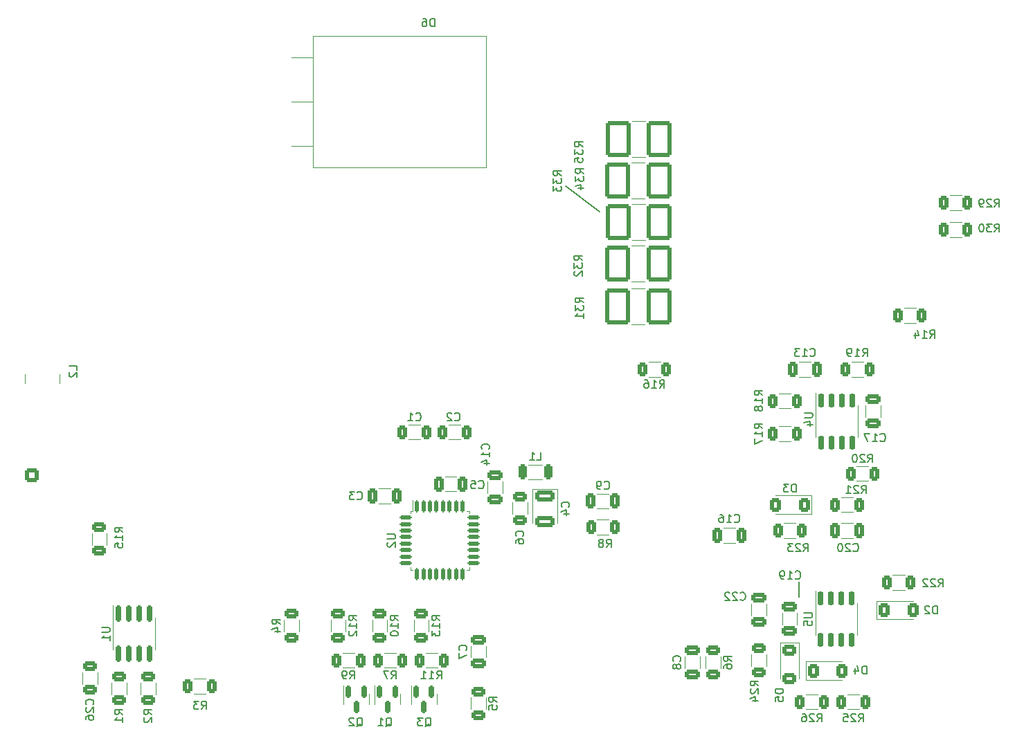
<source format=gbo>
G04 #@! TF.GenerationSoftware,KiCad,Pcbnew,7.0.2*
G04 #@! TF.CreationDate,2023-07-17T11:38:03+02:00*
G04 #@! TF.ProjectId,Module_2,4d6f6475-6c65-45f3-922e-6b696361645f,rev?*
G04 #@! TF.SameCoordinates,Original*
G04 #@! TF.FileFunction,Legend,Bot*
G04 #@! TF.FilePolarity,Positive*
%FSLAX46Y46*%
G04 Gerber Fmt 4.6, Leading zero omitted, Abs format (unit mm)*
G04 Created by KiCad (PCBNEW 7.0.2) date 2023-07-17 11:38:03*
%MOMM*%
%LPD*%
G01*
G04 APERTURE LIST*
G04 Aperture macros list*
%AMRoundRect*
0 Rectangle with rounded corners*
0 $1 Rounding radius*
0 $2 $3 $4 $5 $6 $7 $8 $9 X,Y pos of 4 corners*
0 Add a 4 corners polygon primitive as box body*
4,1,4,$2,$3,$4,$5,$6,$7,$8,$9,$2,$3,0*
0 Add four circle primitives for the rounded corners*
1,1,$1+$1,$2,$3*
1,1,$1+$1,$4,$5*
1,1,$1+$1,$6,$7*
1,1,$1+$1,$8,$9*
0 Add four rect primitives between the rounded corners*
20,1,$1+$1,$2,$3,$4,$5,0*
20,1,$1+$1,$4,$5,$6,$7,0*
20,1,$1+$1,$6,$7,$8,$9,0*
20,1,$1+$1,$8,$9,$2,$3,0*%
G04 Aperture macros list end*
%ADD10C,0.150000*%
%ADD11C,0.120000*%
%ADD12RoundRect,0.250000X-0.600000X-0.600000X0.600000X-0.600000X0.600000X0.600000X-0.600000X0.600000X0*%
%ADD13C,1.700000*%
%ADD14R,1.600000X1.600000*%
%ADD15C,1.600000*%
%ADD16C,5.000000*%
%ADD17C,2.400000*%
%ADD18O,2.400000X2.400000*%
%ADD19RoundRect,0.250000X0.600000X-0.600000X0.600000X0.600000X-0.600000X0.600000X-0.600000X-0.600000X0*%
%ADD20C,3.500000*%
%ADD21R,1.800000X1.800000*%
%ADD22C,1.800000*%
%ADD23R,1.730000X2.030000*%
%ADD24O,1.730000X2.030000*%
%ADD25C,2.000000*%
%ADD26C,1.500000*%
%ADD27O,1.600000X1.600000*%
%ADD28R,2.030000X1.730000*%
%ADD29O,2.030000X1.730000*%
%ADD30R,1.700000X1.700000*%
%ADD31O,1.700000X1.700000*%
%ADD32C,1.440000*%
%ADD33RoundRect,0.250000X-0.312500X-0.625000X0.312500X-0.625000X0.312500X0.625000X-0.312500X0.625000X0*%
%ADD34RoundRect,0.150000X-0.150000X0.587500X-0.150000X-0.587500X0.150000X-0.587500X0.150000X0.587500X0*%
%ADD35RoundRect,0.250001X-1.262499X-1.974999X1.262499X-1.974999X1.262499X1.974999X-1.262499X1.974999X0*%
%ADD36R,4.500000X1.750000*%
%ADD37RoundRect,0.250000X0.325000X0.650000X-0.325000X0.650000X-0.325000X-0.650000X0.325000X-0.650000X0*%
%ADD38RoundRect,0.250000X-0.625000X0.312500X-0.625000X-0.312500X0.625000X-0.312500X0.625000X0.312500X0*%
%ADD39RoundRect,0.250000X-0.400000X-0.600000X0.400000X-0.600000X0.400000X0.600000X-0.400000X0.600000X0*%
%ADD40RoundRect,0.250000X0.650000X-0.325000X0.650000X0.325000X-0.650000X0.325000X-0.650000X-0.325000X0*%
%ADD41RoundRect,0.250000X-0.650000X0.325000X-0.650000X-0.325000X0.650000X-0.325000X0.650000X0.325000X0*%
%ADD42RoundRect,0.250000X-0.325000X-0.650000X0.325000X-0.650000X0.325000X0.650000X-0.325000X0.650000X0*%
%ADD43RoundRect,0.250000X0.275000X0.700000X-0.275000X0.700000X-0.275000X-0.700000X0.275000X-0.700000X0*%
%ADD44RoundRect,0.250000X0.312500X0.625000X-0.312500X0.625000X-0.312500X-0.625000X0.312500X-0.625000X0*%
%ADD45RoundRect,0.250000X0.625000X-0.312500X0.625000X0.312500X-0.625000X0.312500X-0.625000X-0.312500X0*%
%ADD46RoundRect,0.125000X-0.125000X0.625000X-0.125000X-0.625000X0.125000X-0.625000X0.125000X0.625000X0*%
%ADD47RoundRect,0.125000X-0.625000X0.125000X-0.625000X-0.125000X0.625000X-0.125000X0.625000X0.125000X0*%
%ADD48RoundRect,0.150000X-0.150000X0.725000X-0.150000X-0.725000X0.150000X-0.725000X0.150000X0.725000X0*%
%ADD49RoundRect,0.250000X-0.925000X0.412500X-0.925000X-0.412500X0.925000X-0.412500X0.925000X0.412500X0*%
%ADD50RoundRect,0.150000X-0.150000X0.825000X-0.150000X-0.825000X0.150000X-0.825000X0.150000X0.825000X0*%
%ADD51RoundRect,0.250000X-0.600000X0.400000X-0.600000X-0.400000X0.600000X-0.400000X0.600000X0.400000X0*%
%ADD52RoundRect,0.250000X0.400000X0.600000X-0.400000X0.600000X-0.400000X-0.600000X0.400000X-0.600000X0*%
%ADD53O,3.600000X3.600000*%
%ADD54R,4.500000X2.500000*%
%ADD55O,4.500000X2.500000*%
G04 APERTURE END LIST*
D10*
X110982907Y-67505359D02*
X115163496Y-70640801D01*
X139540613Y-115954239D02*
X139575451Y-117812279D01*
X146847857Y-133050619D02*
X147181190Y-132574428D01*
X147419285Y-133050619D02*
X147419285Y-132050619D01*
X147419285Y-132050619D02*
X147038333Y-132050619D01*
X147038333Y-132050619D02*
X146943095Y-132098238D01*
X146943095Y-132098238D02*
X146895476Y-132145857D01*
X146895476Y-132145857D02*
X146847857Y-132241095D01*
X146847857Y-132241095D02*
X146847857Y-132383952D01*
X146847857Y-132383952D02*
X146895476Y-132479190D01*
X146895476Y-132479190D02*
X146943095Y-132526809D01*
X146943095Y-132526809D02*
X147038333Y-132574428D01*
X147038333Y-132574428D02*
X147419285Y-132574428D01*
X146466904Y-132145857D02*
X146419285Y-132098238D01*
X146419285Y-132098238D02*
X146324047Y-132050619D01*
X146324047Y-132050619D02*
X146085952Y-132050619D01*
X146085952Y-132050619D02*
X145990714Y-132098238D01*
X145990714Y-132098238D02*
X145943095Y-132145857D01*
X145943095Y-132145857D02*
X145895476Y-132241095D01*
X145895476Y-132241095D02*
X145895476Y-132336333D01*
X145895476Y-132336333D02*
X145943095Y-132479190D01*
X145943095Y-132479190D02*
X146514523Y-133050619D01*
X146514523Y-133050619D02*
X145895476Y-133050619D01*
X144990714Y-132050619D02*
X145466904Y-132050619D01*
X145466904Y-132050619D02*
X145514523Y-132526809D01*
X145514523Y-132526809D02*
X145466904Y-132479190D01*
X145466904Y-132479190D02*
X145371666Y-132431571D01*
X145371666Y-132431571D02*
X145133571Y-132431571D01*
X145133571Y-132431571D02*
X145038333Y-132479190D01*
X145038333Y-132479190D02*
X144990714Y-132526809D01*
X144990714Y-132526809D02*
X144943095Y-132622047D01*
X144943095Y-132622047D02*
X144943095Y-132860142D01*
X144943095Y-132860142D02*
X144990714Y-132955380D01*
X144990714Y-132955380D02*
X145038333Y-133003000D01*
X145038333Y-133003000D02*
X145133571Y-133050619D01*
X145133571Y-133050619D02*
X145371666Y-133050619D01*
X145371666Y-133050619D02*
X145466904Y-133003000D01*
X145466904Y-133003000D02*
X145514523Y-132955380D01*
X88995238Y-133653857D02*
X89090476Y-133606238D01*
X89090476Y-133606238D02*
X89185714Y-133511000D01*
X89185714Y-133511000D02*
X89328571Y-133368142D01*
X89328571Y-133368142D02*
X89423809Y-133320523D01*
X89423809Y-133320523D02*
X89519047Y-133320523D01*
X89471428Y-133558619D02*
X89566666Y-133511000D01*
X89566666Y-133511000D02*
X89661904Y-133415761D01*
X89661904Y-133415761D02*
X89709523Y-133225285D01*
X89709523Y-133225285D02*
X89709523Y-132891952D01*
X89709523Y-132891952D02*
X89661904Y-132701476D01*
X89661904Y-132701476D02*
X89566666Y-132606238D01*
X89566666Y-132606238D02*
X89471428Y-132558619D01*
X89471428Y-132558619D02*
X89280952Y-132558619D01*
X89280952Y-132558619D02*
X89185714Y-132606238D01*
X89185714Y-132606238D02*
X89090476Y-132701476D01*
X89090476Y-132701476D02*
X89042857Y-132891952D01*
X89042857Y-132891952D02*
X89042857Y-133225285D01*
X89042857Y-133225285D02*
X89090476Y-133415761D01*
X89090476Y-133415761D02*
X89185714Y-133511000D01*
X89185714Y-133511000D02*
X89280952Y-133558619D01*
X89280952Y-133558619D02*
X89471428Y-133558619D01*
X88090476Y-133558619D02*
X88661904Y-133558619D01*
X88376190Y-133558619D02*
X88376190Y-132558619D01*
X88376190Y-132558619D02*
X88471428Y-132701476D01*
X88471428Y-132701476D02*
X88566666Y-132796714D01*
X88566666Y-132796714D02*
X88661904Y-132844333D01*
X113100342Y-62681912D02*
X112624151Y-62348579D01*
X113100342Y-62110484D02*
X112100342Y-62110484D01*
X112100342Y-62110484D02*
X112100342Y-62491436D01*
X112100342Y-62491436D02*
X112147961Y-62586674D01*
X112147961Y-62586674D02*
X112195580Y-62634293D01*
X112195580Y-62634293D02*
X112290818Y-62681912D01*
X112290818Y-62681912D02*
X112433675Y-62681912D01*
X112433675Y-62681912D02*
X112528913Y-62634293D01*
X112528913Y-62634293D02*
X112576532Y-62586674D01*
X112576532Y-62586674D02*
X112624151Y-62491436D01*
X112624151Y-62491436D02*
X112624151Y-62110484D01*
X112100342Y-63015246D02*
X112100342Y-63634293D01*
X112100342Y-63634293D02*
X112481294Y-63300960D01*
X112481294Y-63300960D02*
X112481294Y-63443817D01*
X112481294Y-63443817D02*
X112528913Y-63539055D01*
X112528913Y-63539055D02*
X112576532Y-63586674D01*
X112576532Y-63586674D02*
X112671770Y-63634293D01*
X112671770Y-63634293D02*
X112909865Y-63634293D01*
X112909865Y-63634293D02*
X113005103Y-63586674D01*
X113005103Y-63586674D02*
X113052723Y-63539055D01*
X113052723Y-63539055D02*
X113100342Y-63443817D01*
X113100342Y-63443817D02*
X113100342Y-63158103D01*
X113100342Y-63158103D02*
X113052723Y-63062865D01*
X113052723Y-63062865D02*
X113005103Y-63015246D01*
X112100342Y-64539055D02*
X112100342Y-64062865D01*
X112100342Y-64062865D02*
X112576532Y-64015246D01*
X112576532Y-64015246D02*
X112528913Y-64062865D01*
X112528913Y-64062865D02*
X112481294Y-64158103D01*
X112481294Y-64158103D02*
X112481294Y-64396198D01*
X112481294Y-64396198D02*
X112528913Y-64491436D01*
X112528913Y-64491436D02*
X112576532Y-64539055D01*
X112576532Y-64539055D02*
X112671770Y-64586674D01*
X112671770Y-64586674D02*
X112909865Y-64586674D01*
X112909865Y-64586674D02*
X113005103Y-64539055D01*
X113005103Y-64539055D02*
X113052723Y-64491436D01*
X113052723Y-64491436D02*
X113100342Y-64396198D01*
X113100342Y-64396198D02*
X113100342Y-64158103D01*
X113100342Y-64158103D02*
X113052723Y-64062865D01*
X113052723Y-64062865D02*
X113005103Y-64015246D01*
X51262619Y-90003333D02*
X51262619Y-89527143D01*
X51262619Y-89527143D02*
X50262619Y-89527143D01*
X50357857Y-90289048D02*
X50310238Y-90336667D01*
X50310238Y-90336667D02*
X50262619Y-90431905D01*
X50262619Y-90431905D02*
X50262619Y-90670000D01*
X50262619Y-90670000D02*
X50310238Y-90765238D01*
X50310238Y-90765238D02*
X50357857Y-90812857D01*
X50357857Y-90812857D02*
X50453095Y-90860476D01*
X50453095Y-90860476D02*
X50548333Y-90860476D01*
X50548333Y-90860476D02*
X50691190Y-90812857D01*
X50691190Y-90812857D02*
X51262619Y-90241429D01*
X51262619Y-90241429D02*
X51262619Y-90860476D01*
X146184857Y-112127380D02*
X146232476Y-112175000D01*
X146232476Y-112175000D02*
X146375333Y-112222619D01*
X146375333Y-112222619D02*
X146470571Y-112222619D01*
X146470571Y-112222619D02*
X146613428Y-112175000D01*
X146613428Y-112175000D02*
X146708666Y-112079761D01*
X146708666Y-112079761D02*
X146756285Y-111984523D01*
X146756285Y-111984523D02*
X146803904Y-111794047D01*
X146803904Y-111794047D02*
X146803904Y-111651190D01*
X146803904Y-111651190D02*
X146756285Y-111460714D01*
X146756285Y-111460714D02*
X146708666Y-111365476D01*
X146708666Y-111365476D02*
X146613428Y-111270238D01*
X146613428Y-111270238D02*
X146470571Y-111222619D01*
X146470571Y-111222619D02*
X146375333Y-111222619D01*
X146375333Y-111222619D02*
X146232476Y-111270238D01*
X146232476Y-111270238D02*
X146184857Y-111317857D01*
X145803904Y-111317857D02*
X145756285Y-111270238D01*
X145756285Y-111270238D02*
X145661047Y-111222619D01*
X145661047Y-111222619D02*
X145422952Y-111222619D01*
X145422952Y-111222619D02*
X145327714Y-111270238D01*
X145327714Y-111270238D02*
X145280095Y-111317857D01*
X145280095Y-111317857D02*
X145232476Y-111413095D01*
X145232476Y-111413095D02*
X145232476Y-111508333D01*
X145232476Y-111508333D02*
X145280095Y-111651190D01*
X145280095Y-111651190D02*
X145851523Y-112222619D01*
X145851523Y-112222619D02*
X145232476Y-112222619D01*
X144613428Y-111222619D02*
X144518190Y-111222619D01*
X144518190Y-111222619D02*
X144422952Y-111270238D01*
X144422952Y-111270238D02*
X144375333Y-111317857D01*
X144375333Y-111317857D02*
X144327714Y-111413095D01*
X144327714Y-111413095D02*
X144280095Y-111603571D01*
X144280095Y-111603571D02*
X144280095Y-111841666D01*
X144280095Y-111841666D02*
X144327714Y-112032142D01*
X144327714Y-112032142D02*
X144375333Y-112127380D01*
X144375333Y-112127380D02*
X144422952Y-112175000D01*
X144422952Y-112175000D02*
X144518190Y-112222619D01*
X144518190Y-112222619D02*
X144613428Y-112222619D01*
X144613428Y-112222619D02*
X144708666Y-112175000D01*
X144708666Y-112175000D02*
X144756285Y-112127380D01*
X144756285Y-112127380D02*
X144803904Y-112032142D01*
X144803904Y-112032142D02*
X144851523Y-111841666D01*
X144851523Y-111841666D02*
X144851523Y-111603571D01*
X144851523Y-111603571D02*
X144803904Y-111413095D01*
X144803904Y-111413095D02*
X144756285Y-111317857D01*
X144756285Y-111317857D02*
X144708666Y-111270238D01*
X144708666Y-111270238D02*
X144613428Y-111222619D01*
X156598857Y-116540619D02*
X156932190Y-116064428D01*
X157170285Y-116540619D02*
X157170285Y-115540619D01*
X157170285Y-115540619D02*
X156789333Y-115540619D01*
X156789333Y-115540619D02*
X156694095Y-115588238D01*
X156694095Y-115588238D02*
X156646476Y-115635857D01*
X156646476Y-115635857D02*
X156598857Y-115731095D01*
X156598857Y-115731095D02*
X156598857Y-115873952D01*
X156598857Y-115873952D02*
X156646476Y-115969190D01*
X156646476Y-115969190D02*
X156694095Y-116016809D01*
X156694095Y-116016809D02*
X156789333Y-116064428D01*
X156789333Y-116064428D02*
X157170285Y-116064428D01*
X156217904Y-115635857D02*
X156170285Y-115588238D01*
X156170285Y-115588238D02*
X156075047Y-115540619D01*
X156075047Y-115540619D02*
X155836952Y-115540619D01*
X155836952Y-115540619D02*
X155741714Y-115588238D01*
X155741714Y-115588238D02*
X155694095Y-115635857D01*
X155694095Y-115635857D02*
X155646476Y-115731095D01*
X155646476Y-115731095D02*
X155646476Y-115826333D01*
X155646476Y-115826333D02*
X155694095Y-115969190D01*
X155694095Y-115969190D02*
X156265523Y-116540619D01*
X156265523Y-116540619D02*
X155646476Y-116540619D01*
X155265523Y-115635857D02*
X155217904Y-115588238D01*
X155217904Y-115588238D02*
X155122666Y-115540619D01*
X155122666Y-115540619D02*
X154884571Y-115540619D01*
X154884571Y-115540619D02*
X154789333Y-115588238D01*
X154789333Y-115588238D02*
X154741714Y-115635857D01*
X154741714Y-115635857D02*
X154694095Y-115731095D01*
X154694095Y-115731095D02*
X154694095Y-115826333D01*
X154694095Y-115826333D02*
X154741714Y-115969190D01*
X154741714Y-115969190D02*
X155313142Y-116540619D01*
X155313142Y-116540619D02*
X154694095Y-116540619D01*
X56850619Y-109847142D02*
X56374428Y-109513809D01*
X56850619Y-109275714D02*
X55850619Y-109275714D01*
X55850619Y-109275714D02*
X55850619Y-109656666D01*
X55850619Y-109656666D02*
X55898238Y-109751904D01*
X55898238Y-109751904D02*
X55945857Y-109799523D01*
X55945857Y-109799523D02*
X56041095Y-109847142D01*
X56041095Y-109847142D02*
X56183952Y-109847142D01*
X56183952Y-109847142D02*
X56279190Y-109799523D01*
X56279190Y-109799523D02*
X56326809Y-109751904D01*
X56326809Y-109751904D02*
X56374428Y-109656666D01*
X56374428Y-109656666D02*
X56374428Y-109275714D01*
X56850619Y-110799523D02*
X56850619Y-110228095D01*
X56850619Y-110513809D02*
X55850619Y-110513809D01*
X55850619Y-110513809D02*
X55993476Y-110418571D01*
X55993476Y-110418571D02*
X56088714Y-110323333D01*
X56088714Y-110323333D02*
X56136333Y-110228095D01*
X55850619Y-111704285D02*
X55850619Y-111228095D01*
X55850619Y-111228095D02*
X56326809Y-111180476D01*
X56326809Y-111180476D02*
X56279190Y-111228095D01*
X56279190Y-111228095D02*
X56231571Y-111323333D01*
X56231571Y-111323333D02*
X56231571Y-111561428D01*
X56231571Y-111561428D02*
X56279190Y-111656666D01*
X56279190Y-111656666D02*
X56326809Y-111704285D01*
X56326809Y-111704285D02*
X56422047Y-111751904D01*
X56422047Y-111751904D02*
X56660142Y-111751904D01*
X56660142Y-111751904D02*
X56755380Y-111704285D01*
X56755380Y-111704285D02*
X56803000Y-111656666D01*
X56803000Y-111656666D02*
X56850619Y-111561428D01*
X56850619Y-111561428D02*
X56850619Y-111323333D01*
X56850619Y-111323333D02*
X56803000Y-111228095D01*
X56803000Y-111228095D02*
X56755380Y-111180476D01*
X95257857Y-127812619D02*
X95591190Y-127336428D01*
X95829285Y-127812619D02*
X95829285Y-126812619D01*
X95829285Y-126812619D02*
X95448333Y-126812619D01*
X95448333Y-126812619D02*
X95353095Y-126860238D01*
X95353095Y-126860238D02*
X95305476Y-126907857D01*
X95305476Y-126907857D02*
X95257857Y-127003095D01*
X95257857Y-127003095D02*
X95257857Y-127145952D01*
X95257857Y-127145952D02*
X95305476Y-127241190D01*
X95305476Y-127241190D02*
X95353095Y-127288809D01*
X95353095Y-127288809D02*
X95448333Y-127336428D01*
X95448333Y-127336428D02*
X95829285Y-127336428D01*
X94305476Y-127812619D02*
X94876904Y-127812619D01*
X94591190Y-127812619D02*
X94591190Y-126812619D01*
X94591190Y-126812619D02*
X94686428Y-126955476D01*
X94686428Y-126955476D02*
X94781666Y-127050714D01*
X94781666Y-127050714D02*
X94876904Y-127098333D01*
X93353095Y-127812619D02*
X93924523Y-127812619D01*
X93638809Y-127812619D02*
X93638809Y-126812619D01*
X93638809Y-126812619D02*
X93734047Y-126955476D01*
X93734047Y-126955476D02*
X93829285Y-127050714D01*
X93829285Y-127050714D02*
X93924523Y-127098333D01*
X122501357Y-92198619D02*
X122834690Y-91722428D01*
X123072785Y-92198619D02*
X123072785Y-91198619D01*
X123072785Y-91198619D02*
X122691833Y-91198619D01*
X122691833Y-91198619D02*
X122596595Y-91246238D01*
X122596595Y-91246238D02*
X122548976Y-91293857D01*
X122548976Y-91293857D02*
X122501357Y-91389095D01*
X122501357Y-91389095D02*
X122501357Y-91531952D01*
X122501357Y-91531952D02*
X122548976Y-91627190D01*
X122548976Y-91627190D02*
X122596595Y-91674809D01*
X122596595Y-91674809D02*
X122691833Y-91722428D01*
X122691833Y-91722428D02*
X123072785Y-91722428D01*
X121548976Y-92198619D02*
X122120404Y-92198619D01*
X121834690Y-92198619D02*
X121834690Y-91198619D01*
X121834690Y-91198619D02*
X121929928Y-91341476D01*
X121929928Y-91341476D02*
X122025166Y-91436714D01*
X122025166Y-91436714D02*
X122120404Y-91484333D01*
X120691833Y-91198619D02*
X120882309Y-91198619D01*
X120882309Y-91198619D02*
X120977547Y-91246238D01*
X120977547Y-91246238D02*
X121025166Y-91293857D01*
X121025166Y-91293857D02*
X121120404Y-91436714D01*
X121120404Y-91436714D02*
X121168023Y-91627190D01*
X121168023Y-91627190D02*
X121168023Y-92008142D01*
X121168023Y-92008142D02*
X121120404Y-92103380D01*
X121120404Y-92103380D02*
X121072785Y-92151000D01*
X121072785Y-92151000D02*
X120977547Y-92198619D01*
X120977547Y-92198619D02*
X120787071Y-92198619D01*
X120787071Y-92198619D02*
X120691833Y-92151000D01*
X120691833Y-92151000D02*
X120644214Y-92103380D01*
X120644214Y-92103380D02*
X120596595Y-92008142D01*
X120596595Y-92008142D02*
X120596595Y-91770047D01*
X120596595Y-91770047D02*
X120644214Y-91674809D01*
X120644214Y-91674809D02*
X120691833Y-91627190D01*
X120691833Y-91627190D02*
X120787071Y-91579571D01*
X120787071Y-91579571D02*
X120977547Y-91579571D01*
X120977547Y-91579571D02*
X121072785Y-91627190D01*
X121072785Y-91627190D02*
X121120404Y-91674809D01*
X121120404Y-91674809D02*
X121168023Y-91770047D01*
X147804094Y-127208619D02*
X147804094Y-126208619D01*
X147804094Y-126208619D02*
X147565999Y-126208619D01*
X147565999Y-126208619D02*
X147423142Y-126256238D01*
X147423142Y-126256238D02*
X147327904Y-126351476D01*
X147327904Y-126351476D02*
X147280285Y-126446714D01*
X147280285Y-126446714D02*
X147232666Y-126637190D01*
X147232666Y-126637190D02*
X147232666Y-126780047D01*
X147232666Y-126780047D02*
X147280285Y-126970523D01*
X147280285Y-126970523D02*
X147327904Y-127065761D01*
X147327904Y-127065761D02*
X147423142Y-127161000D01*
X147423142Y-127161000D02*
X147565999Y-127208619D01*
X147565999Y-127208619D02*
X147804094Y-127208619D01*
X146375523Y-126541952D02*
X146375523Y-127208619D01*
X146613618Y-126161000D02*
X146851713Y-126875285D01*
X146851713Y-126875285D02*
X146232666Y-126875285D01*
X53199380Y-130929142D02*
X53247000Y-130881523D01*
X53247000Y-130881523D02*
X53294619Y-130738666D01*
X53294619Y-130738666D02*
X53294619Y-130643428D01*
X53294619Y-130643428D02*
X53247000Y-130500571D01*
X53247000Y-130500571D02*
X53151761Y-130405333D01*
X53151761Y-130405333D02*
X53056523Y-130357714D01*
X53056523Y-130357714D02*
X52866047Y-130310095D01*
X52866047Y-130310095D02*
X52723190Y-130310095D01*
X52723190Y-130310095D02*
X52532714Y-130357714D01*
X52532714Y-130357714D02*
X52437476Y-130405333D01*
X52437476Y-130405333D02*
X52342238Y-130500571D01*
X52342238Y-130500571D02*
X52294619Y-130643428D01*
X52294619Y-130643428D02*
X52294619Y-130738666D01*
X52294619Y-130738666D02*
X52342238Y-130881523D01*
X52342238Y-130881523D02*
X52389857Y-130929142D01*
X52389857Y-131310095D02*
X52342238Y-131357714D01*
X52342238Y-131357714D02*
X52294619Y-131452952D01*
X52294619Y-131452952D02*
X52294619Y-131691047D01*
X52294619Y-131691047D02*
X52342238Y-131786285D01*
X52342238Y-131786285D02*
X52389857Y-131833904D01*
X52389857Y-131833904D02*
X52485095Y-131881523D01*
X52485095Y-131881523D02*
X52580333Y-131881523D01*
X52580333Y-131881523D02*
X52723190Y-131833904D01*
X52723190Y-131833904D02*
X53294619Y-131262476D01*
X53294619Y-131262476D02*
X53294619Y-131881523D01*
X52294619Y-132738666D02*
X52294619Y-132548190D01*
X52294619Y-132548190D02*
X52342238Y-132452952D01*
X52342238Y-132452952D02*
X52389857Y-132405333D01*
X52389857Y-132405333D02*
X52532714Y-132310095D01*
X52532714Y-132310095D02*
X52723190Y-132262476D01*
X52723190Y-132262476D02*
X53104142Y-132262476D01*
X53104142Y-132262476D02*
X53199380Y-132310095D01*
X53199380Y-132310095D02*
X53247000Y-132357714D01*
X53247000Y-132357714D02*
X53294619Y-132452952D01*
X53294619Y-132452952D02*
X53294619Y-132643428D01*
X53294619Y-132643428D02*
X53247000Y-132738666D01*
X53247000Y-132738666D02*
X53199380Y-132786285D01*
X53199380Y-132786285D02*
X53104142Y-132833904D01*
X53104142Y-132833904D02*
X52866047Y-132833904D01*
X52866047Y-132833904D02*
X52770809Y-132786285D01*
X52770809Y-132786285D02*
X52723190Y-132738666D01*
X52723190Y-132738666D02*
X52675571Y-132643428D01*
X52675571Y-132643428D02*
X52675571Y-132452952D01*
X52675571Y-132452952D02*
X52723190Y-132357714D01*
X52723190Y-132357714D02*
X52770809Y-132310095D01*
X52770809Y-132310095D02*
X52866047Y-132262476D01*
X149486857Y-98665380D02*
X149534476Y-98713000D01*
X149534476Y-98713000D02*
X149677333Y-98760619D01*
X149677333Y-98760619D02*
X149772571Y-98760619D01*
X149772571Y-98760619D02*
X149915428Y-98713000D01*
X149915428Y-98713000D02*
X150010666Y-98617761D01*
X150010666Y-98617761D02*
X150058285Y-98522523D01*
X150058285Y-98522523D02*
X150105904Y-98332047D01*
X150105904Y-98332047D02*
X150105904Y-98189190D01*
X150105904Y-98189190D02*
X150058285Y-97998714D01*
X150058285Y-97998714D02*
X150010666Y-97903476D01*
X150010666Y-97903476D02*
X149915428Y-97808238D01*
X149915428Y-97808238D02*
X149772571Y-97760619D01*
X149772571Y-97760619D02*
X149677333Y-97760619D01*
X149677333Y-97760619D02*
X149534476Y-97808238D01*
X149534476Y-97808238D02*
X149486857Y-97855857D01*
X148534476Y-98760619D02*
X149105904Y-98760619D01*
X148820190Y-98760619D02*
X148820190Y-97760619D01*
X148820190Y-97760619D02*
X148915428Y-97903476D01*
X148915428Y-97903476D02*
X149010666Y-97998714D01*
X149010666Y-97998714D02*
X149105904Y-98046333D01*
X148201142Y-97760619D02*
X147534476Y-97760619D01*
X147534476Y-97760619D02*
X147963047Y-98760619D01*
X125009380Y-125624833D02*
X125057000Y-125577214D01*
X125057000Y-125577214D02*
X125104619Y-125434357D01*
X125104619Y-125434357D02*
X125104619Y-125339119D01*
X125104619Y-125339119D02*
X125057000Y-125196262D01*
X125057000Y-125196262D02*
X124961761Y-125101024D01*
X124961761Y-125101024D02*
X124866523Y-125053405D01*
X124866523Y-125053405D02*
X124676047Y-125005786D01*
X124676047Y-125005786D02*
X124533190Y-125005786D01*
X124533190Y-125005786D02*
X124342714Y-125053405D01*
X124342714Y-125053405D02*
X124247476Y-125101024D01*
X124247476Y-125101024D02*
X124152238Y-125196262D01*
X124152238Y-125196262D02*
X124104619Y-125339119D01*
X124104619Y-125339119D02*
X124104619Y-125434357D01*
X124104619Y-125434357D02*
X124152238Y-125577214D01*
X124152238Y-125577214D02*
X124199857Y-125624833D01*
X124533190Y-126196262D02*
X124485571Y-126101024D01*
X124485571Y-126101024D02*
X124437952Y-126053405D01*
X124437952Y-126053405D02*
X124342714Y-126005786D01*
X124342714Y-126005786D02*
X124295095Y-126005786D01*
X124295095Y-126005786D02*
X124199857Y-126053405D01*
X124199857Y-126053405D02*
X124152238Y-126101024D01*
X124152238Y-126101024D02*
X124104619Y-126196262D01*
X124104619Y-126196262D02*
X124104619Y-126386738D01*
X124104619Y-126386738D02*
X124152238Y-126481976D01*
X124152238Y-126481976D02*
X124199857Y-126529595D01*
X124199857Y-126529595D02*
X124295095Y-126577214D01*
X124295095Y-126577214D02*
X124342714Y-126577214D01*
X124342714Y-126577214D02*
X124437952Y-126529595D01*
X124437952Y-126529595D02*
X124485571Y-126481976D01*
X124485571Y-126481976D02*
X124533190Y-126386738D01*
X124533190Y-126386738D02*
X124533190Y-126196262D01*
X124533190Y-126196262D02*
X124580809Y-126101024D01*
X124580809Y-126101024D02*
X124628428Y-126053405D01*
X124628428Y-126053405D02*
X124723666Y-126005786D01*
X124723666Y-126005786D02*
X124914142Y-126005786D01*
X124914142Y-126005786D02*
X125009380Y-126053405D01*
X125009380Y-126053405D02*
X125057000Y-126101024D01*
X125057000Y-126101024D02*
X125104619Y-126196262D01*
X125104619Y-126196262D02*
X125104619Y-126386738D01*
X125104619Y-126386738D02*
X125057000Y-126481976D01*
X125057000Y-126481976D02*
X125009380Y-126529595D01*
X125009380Y-126529595D02*
X124914142Y-126577214D01*
X124914142Y-126577214D02*
X124723666Y-126577214D01*
X124723666Y-126577214D02*
X124628428Y-126529595D01*
X124628428Y-126529595D02*
X124580809Y-126481976D01*
X124580809Y-126481976D02*
X124533190Y-126386738D01*
X140899857Y-88251380D02*
X140947476Y-88299000D01*
X140947476Y-88299000D02*
X141090333Y-88346619D01*
X141090333Y-88346619D02*
X141185571Y-88346619D01*
X141185571Y-88346619D02*
X141328428Y-88299000D01*
X141328428Y-88299000D02*
X141423666Y-88203761D01*
X141423666Y-88203761D02*
X141471285Y-88108523D01*
X141471285Y-88108523D02*
X141518904Y-87918047D01*
X141518904Y-87918047D02*
X141518904Y-87775190D01*
X141518904Y-87775190D02*
X141471285Y-87584714D01*
X141471285Y-87584714D02*
X141423666Y-87489476D01*
X141423666Y-87489476D02*
X141328428Y-87394238D01*
X141328428Y-87394238D02*
X141185571Y-87346619D01*
X141185571Y-87346619D02*
X141090333Y-87346619D01*
X141090333Y-87346619D02*
X140947476Y-87394238D01*
X140947476Y-87394238D02*
X140899857Y-87441857D01*
X139947476Y-88346619D02*
X140518904Y-88346619D01*
X140233190Y-88346619D02*
X140233190Y-87346619D01*
X140233190Y-87346619D02*
X140328428Y-87489476D01*
X140328428Y-87489476D02*
X140423666Y-87584714D01*
X140423666Y-87584714D02*
X140518904Y-87632333D01*
X139614142Y-87346619D02*
X138995095Y-87346619D01*
X138995095Y-87346619D02*
X139328428Y-87727571D01*
X139328428Y-87727571D02*
X139185571Y-87727571D01*
X139185571Y-87727571D02*
X139090333Y-87775190D01*
X139090333Y-87775190D02*
X139042714Y-87822809D01*
X139042714Y-87822809D02*
X138995095Y-87918047D01*
X138995095Y-87918047D02*
X138995095Y-88156142D01*
X138995095Y-88156142D02*
X139042714Y-88251380D01*
X139042714Y-88251380D02*
X139090333Y-88299000D01*
X139090333Y-88299000D02*
X139185571Y-88346619D01*
X139185571Y-88346619D02*
X139471285Y-88346619D01*
X139471285Y-88346619D02*
X139566523Y-88299000D01*
X139566523Y-88299000D02*
X139614142Y-88251380D01*
X156440094Y-119842619D02*
X156440094Y-118842619D01*
X156440094Y-118842619D02*
X156201999Y-118842619D01*
X156201999Y-118842619D02*
X156059142Y-118890238D01*
X156059142Y-118890238D02*
X155963904Y-118985476D01*
X155963904Y-118985476D02*
X155916285Y-119080714D01*
X155916285Y-119080714D02*
X155868666Y-119271190D01*
X155868666Y-119271190D02*
X155868666Y-119414047D01*
X155868666Y-119414047D02*
X155916285Y-119604523D01*
X155916285Y-119604523D02*
X155963904Y-119699761D01*
X155963904Y-119699761D02*
X156059142Y-119795000D01*
X156059142Y-119795000D02*
X156201999Y-119842619D01*
X156201999Y-119842619D02*
X156440094Y-119842619D01*
X155487713Y-118937857D02*
X155440094Y-118890238D01*
X155440094Y-118890238D02*
X155344856Y-118842619D01*
X155344856Y-118842619D02*
X155106761Y-118842619D01*
X155106761Y-118842619D02*
X155011523Y-118890238D01*
X155011523Y-118890238D02*
X154963904Y-118937857D01*
X154963904Y-118937857D02*
X154916285Y-119033095D01*
X154916285Y-119033095D02*
X154916285Y-119128333D01*
X154916285Y-119128333D02*
X154963904Y-119271190D01*
X154963904Y-119271190D02*
X155535332Y-119842619D01*
X155535332Y-119842619D02*
X154916285Y-119842619D01*
X93821238Y-133653857D02*
X93916476Y-133606238D01*
X93916476Y-133606238D02*
X94011714Y-133511000D01*
X94011714Y-133511000D02*
X94154571Y-133368142D01*
X94154571Y-133368142D02*
X94249809Y-133320523D01*
X94249809Y-133320523D02*
X94345047Y-133320523D01*
X94297428Y-133558619D02*
X94392666Y-133511000D01*
X94392666Y-133511000D02*
X94487904Y-133415761D01*
X94487904Y-133415761D02*
X94535523Y-133225285D01*
X94535523Y-133225285D02*
X94535523Y-132891952D01*
X94535523Y-132891952D02*
X94487904Y-132701476D01*
X94487904Y-132701476D02*
X94392666Y-132606238D01*
X94392666Y-132606238D02*
X94297428Y-132558619D01*
X94297428Y-132558619D02*
X94106952Y-132558619D01*
X94106952Y-132558619D02*
X94011714Y-132606238D01*
X94011714Y-132606238D02*
X93916476Y-132701476D01*
X93916476Y-132701476D02*
X93868857Y-132891952D01*
X93868857Y-132891952D02*
X93868857Y-133225285D01*
X93868857Y-133225285D02*
X93916476Y-133415761D01*
X93916476Y-133415761D02*
X94011714Y-133511000D01*
X94011714Y-133511000D02*
X94106952Y-133558619D01*
X94106952Y-133558619D02*
X94297428Y-133558619D01*
X93535523Y-132558619D02*
X92916476Y-132558619D01*
X92916476Y-132558619D02*
X93249809Y-132939571D01*
X93249809Y-132939571D02*
X93106952Y-132939571D01*
X93106952Y-132939571D02*
X93011714Y-132987190D01*
X93011714Y-132987190D02*
X92964095Y-133034809D01*
X92964095Y-133034809D02*
X92916476Y-133130047D01*
X92916476Y-133130047D02*
X92916476Y-133368142D01*
X92916476Y-133368142D02*
X92964095Y-133463380D01*
X92964095Y-133463380D02*
X93011714Y-133511000D01*
X93011714Y-133511000D02*
X93106952Y-133558619D01*
X93106952Y-133558619D02*
X93392666Y-133558619D01*
X93392666Y-133558619D02*
X93487904Y-133511000D01*
X93487904Y-133511000D02*
X93535523Y-133463380D01*
X132373897Y-118096742D02*
X132421516Y-118144362D01*
X132421516Y-118144362D02*
X132564373Y-118191981D01*
X132564373Y-118191981D02*
X132659611Y-118191981D01*
X132659611Y-118191981D02*
X132802468Y-118144362D01*
X132802468Y-118144362D02*
X132897706Y-118049123D01*
X132897706Y-118049123D02*
X132945325Y-117953885D01*
X132945325Y-117953885D02*
X132992944Y-117763409D01*
X132992944Y-117763409D02*
X132992944Y-117620552D01*
X132992944Y-117620552D02*
X132945325Y-117430076D01*
X132945325Y-117430076D02*
X132897706Y-117334838D01*
X132897706Y-117334838D02*
X132802468Y-117239600D01*
X132802468Y-117239600D02*
X132659611Y-117191981D01*
X132659611Y-117191981D02*
X132564373Y-117191981D01*
X132564373Y-117191981D02*
X132421516Y-117239600D01*
X132421516Y-117239600D02*
X132373897Y-117287219D01*
X131992944Y-117287219D02*
X131945325Y-117239600D01*
X131945325Y-117239600D02*
X131850087Y-117191981D01*
X131850087Y-117191981D02*
X131611992Y-117191981D01*
X131611992Y-117191981D02*
X131516754Y-117239600D01*
X131516754Y-117239600D02*
X131469135Y-117287219D01*
X131469135Y-117287219D02*
X131421516Y-117382457D01*
X131421516Y-117382457D02*
X131421516Y-117477695D01*
X131421516Y-117477695D02*
X131469135Y-117620552D01*
X131469135Y-117620552D02*
X132040563Y-118191981D01*
X132040563Y-118191981D02*
X131421516Y-118191981D01*
X131040563Y-117287219D02*
X130992944Y-117239600D01*
X130992944Y-117239600D02*
X130897706Y-117191981D01*
X130897706Y-117191981D02*
X130659611Y-117191981D01*
X130659611Y-117191981D02*
X130564373Y-117239600D01*
X130564373Y-117239600D02*
X130516754Y-117287219D01*
X130516754Y-117287219D02*
X130469135Y-117382457D01*
X130469135Y-117382457D02*
X130469135Y-117477695D01*
X130469135Y-117477695D02*
X130516754Y-117620552D01*
X130516754Y-117620552D02*
X131088182Y-118191981D01*
X131088182Y-118191981D02*
X130469135Y-118191981D01*
X139109290Y-115508727D02*
X139156909Y-115556347D01*
X139156909Y-115556347D02*
X139299766Y-115603966D01*
X139299766Y-115603966D02*
X139395004Y-115603966D01*
X139395004Y-115603966D02*
X139537861Y-115556347D01*
X139537861Y-115556347D02*
X139633099Y-115461108D01*
X139633099Y-115461108D02*
X139680718Y-115365870D01*
X139680718Y-115365870D02*
X139728337Y-115175394D01*
X139728337Y-115175394D02*
X139728337Y-115032537D01*
X139728337Y-115032537D02*
X139680718Y-114842061D01*
X139680718Y-114842061D02*
X139633099Y-114746823D01*
X139633099Y-114746823D02*
X139537861Y-114651585D01*
X139537861Y-114651585D02*
X139395004Y-114603966D01*
X139395004Y-114603966D02*
X139299766Y-114603966D01*
X139299766Y-114603966D02*
X139156909Y-114651585D01*
X139156909Y-114651585D02*
X139109290Y-114699204D01*
X138156909Y-115603966D02*
X138728337Y-115603966D01*
X138442623Y-115603966D02*
X138442623Y-114603966D01*
X138442623Y-114603966D02*
X138537861Y-114746823D01*
X138537861Y-114746823D02*
X138633099Y-114842061D01*
X138633099Y-114842061D02*
X138728337Y-114889680D01*
X137680718Y-115603966D02*
X137490242Y-115603966D01*
X137490242Y-115603966D02*
X137395004Y-115556347D01*
X137395004Y-115556347D02*
X137347385Y-115508727D01*
X137347385Y-115508727D02*
X137252147Y-115365870D01*
X137252147Y-115365870D02*
X137204528Y-115175394D01*
X137204528Y-115175394D02*
X137204528Y-114794442D01*
X137204528Y-114794442D02*
X137252147Y-114699204D01*
X137252147Y-114699204D02*
X137299766Y-114651585D01*
X137299766Y-114651585D02*
X137395004Y-114603966D01*
X137395004Y-114603966D02*
X137585480Y-114603966D01*
X137585480Y-114603966D02*
X137680718Y-114651585D01*
X137680718Y-114651585D02*
X137728337Y-114699204D01*
X137728337Y-114699204D02*
X137775956Y-114794442D01*
X137775956Y-114794442D02*
X137775956Y-115032537D01*
X137775956Y-115032537D02*
X137728337Y-115127775D01*
X137728337Y-115127775D02*
X137680718Y-115175394D01*
X137680718Y-115175394D02*
X137585480Y-115223013D01*
X137585480Y-115223013D02*
X137395004Y-115223013D01*
X137395004Y-115223013D02*
X137299766Y-115175394D01*
X137299766Y-115175394D02*
X137252147Y-115127775D01*
X137252147Y-115127775D02*
X137204528Y-115032537D01*
X107481666Y-101051619D02*
X107957856Y-101051619D01*
X107957856Y-101051619D02*
X107957856Y-100051619D01*
X106624523Y-101051619D02*
X107195951Y-101051619D01*
X106910237Y-101051619D02*
X106910237Y-100051619D01*
X106910237Y-100051619D02*
X107005475Y-100194476D01*
X107005475Y-100194476D02*
X107100713Y-100289714D01*
X107100713Y-100289714D02*
X107195951Y-100337333D01*
X56850619Y-132167333D02*
X56374428Y-131834000D01*
X56850619Y-131595905D02*
X55850619Y-131595905D01*
X55850619Y-131595905D02*
X55850619Y-131976857D01*
X55850619Y-131976857D02*
X55898238Y-132072095D01*
X55898238Y-132072095D02*
X55945857Y-132119714D01*
X55945857Y-132119714D02*
X56041095Y-132167333D01*
X56041095Y-132167333D02*
X56183952Y-132167333D01*
X56183952Y-132167333D02*
X56279190Y-132119714D01*
X56279190Y-132119714D02*
X56326809Y-132072095D01*
X56326809Y-132072095D02*
X56374428Y-131976857D01*
X56374428Y-131976857D02*
X56374428Y-131595905D01*
X56850619Y-133119714D02*
X56850619Y-132548286D01*
X56850619Y-132834000D02*
X55850619Y-132834000D01*
X55850619Y-132834000D02*
X55993476Y-132738762D01*
X55993476Y-132738762D02*
X56088714Y-132643524D01*
X56088714Y-132643524D02*
X56136333Y-132548286D01*
X60406619Y-132167333D02*
X59930428Y-131834000D01*
X60406619Y-131595905D02*
X59406619Y-131595905D01*
X59406619Y-131595905D02*
X59406619Y-131976857D01*
X59406619Y-131976857D02*
X59454238Y-132072095D01*
X59454238Y-132072095D02*
X59501857Y-132119714D01*
X59501857Y-132119714D02*
X59597095Y-132167333D01*
X59597095Y-132167333D02*
X59739952Y-132167333D01*
X59739952Y-132167333D02*
X59835190Y-132119714D01*
X59835190Y-132119714D02*
X59882809Y-132072095D01*
X59882809Y-132072095D02*
X59930428Y-131976857D01*
X59930428Y-131976857D02*
X59930428Y-131595905D01*
X59501857Y-132548286D02*
X59454238Y-132595905D01*
X59454238Y-132595905D02*
X59406619Y-132691143D01*
X59406619Y-132691143D02*
X59406619Y-132929238D01*
X59406619Y-132929238D02*
X59454238Y-133024476D01*
X59454238Y-133024476D02*
X59501857Y-133072095D01*
X59501857Y-133072095D02*
X59597095Y-133119714D01*
X59597095Y-133119714D02*
X59692333Y-133119714D01*
X59692333Y-133119714D02*
X59835190Y-133072095D01*
X59835190Y-133072095D02*
X60406619Y-132500667D01*
X60406619Y-132500667D02*
X60406619Y-133119714D01*
X115990666Y-111714619D02*
X116323999Y-111238428D01*
X116562094Y-111714619D02*
X116562094Y-110714619D01*
X116562094Y-110714619D02*
X116181142Y-110714619D01*
X116181142Y-110714619D02*
X116085904Y-110762238D01*
X116085904Y-110762238D02*
X116038285Y-110809857D01*
X116038285Y-110809857D02*
X115990666Y-110905095D01*
X115990666Y-110905095D02*
X115990666Y-111047952D01*
X115990666Y-111047952D02*
X116038285Y-111143190D01*
X116038285Y-111143190D02*
X116085904Y-111190809D01*
X116085904Y-111190809D02*
X116181142Y-111238428D01*
X116181142Y-111238428D02*
X116562094Y-111238428D01*
X115419237Y-111143190D02*
X115514475Y-111095571D01*
X115514475Y-111095571D02*
X115562094Y-111047952D01*
X115562094Y-111047952D02*
X115609713Y-110952714D01*
X115609713Y-110952714D02*
X115609713Y-110905095D01*
X115609713Y-110905095D02*
X115562094Y-110809857D01*
X115562094Y-110809857D02*
X115514475Y-110762238D01*
X115514475Y-110762238D02*
X115419237Y-110714619D01*
X115419237Y-110714619D02*
X115228761Y-110714619D01*
X115228761Y-110714619D02*
X115133523Y-110762238D01*
X115133523Y-110762238D02*
X115085904Y-110809857D01*
X115085904Y-110809857D02*
X115038285Y-110905095D01*
X115038285Y-110905095D02*
X115038285Y-110952714D01*
X115038285Y-110952714D02*
X115085904Y-111047952D01*
X115085904Y-111047952D02*
X115133523Y-111095571D01*
X115133523Y-111095571D02*
X115228761Y-111143190D01*
X115228761Y-111143190D02*
X115419237Y-111143190D01*
X115419237Y-111143190D02*
X115514475Y-111190809D01*
X115514475Y-111190809D02*
X115562094Y-111238428D01*
X115562094Y-111238428D02*
X115609713Y-111333666D01*
X115609713Y-111333666D02*
X115609713Y-111524142D01*
X115609713Y-111524142D02*
X115562094Y-111619380D01*
X115562094Y-111619380D02*
X115514475Y-111667000D01*
X115514475Y-111667000D02*
X115419237Y-111714619D01*
X115419237Y-111714619D02*
X115228761Y-111714619D01*
X115228761Y-111714619D02*
X115133523Y-111667000D01*
X115133523Y-111667000D02*
X115085904Y-111619380D01*
X115085904Y-111619380D02*
X115038285Y-111524142D01*
X115038285Y-111524142D02*
X115038285Y-111333666D01*
X115038285Y-111333666D02*
X115085904Y-111238428D01*
X115085904Y-111238428D02*
X115133523Y-111190809D01*
X115133523Y-111190809D02*
X115228761Y-111143190D01*
X134574619Y-128643142D02*
X134098428Y-128309809D01*
X134574619Y-128071714D02*
X133574619Y-128071714D01*
X133574619Y-128071714D02*
X133574619Y-128452666D01*
X133574619Y-128452666D02*
X133622238Y-128547904D01*
X133622238Y-128547904D02*
X133669857Y-128595523D01*
X133669857Y-128595523D02*
X133765095Y-128643142D01*
X133765095Y-128643142D02*
X133907952Y-128643142D01*
X133907952Y-128643142D02*
X134003190Y-128595523D01*
X134003190Y-128595523D02*
X134050809Y-128547904D01*
X134050809Y-128547904D02*
X134098428Y-128452666D01*
X134098428Y-128452666D02*
X134098428Y-128071714D01*
X133669857Y-129024095D02*
X133622238Y-129071714D01*
X133622238Y-129071714D02*
X133574619Y-129166952D01*
X133574619Y-129166952D02*
X133574619Y-129405047D01*
X133574619Y-129405047D02*
X133622238Y-129500285D01*
X133622238Y-129500285D02*
X133669857Y-129547904D01*
X133669857Y-129547904D02*
X133765095Y-129595523D01*
X133765095Y-129595523D02*
X133860333Y-129595523D01*
X133860333Y-129595523D02*
X134003190Y-129547904D01*
X134003190Y-129547904D02*
X134574619Y-128976476D01*
X134574619Y-128976476D02*
X134574619Y-129595523D01*
X133907952Y-130452666D02*
X134574619Y-130452666D01*
X133527000Y-130214571D02*
X134241285Y-129976476D01*
X134241285Y-129976476D02*
X134241285Y-130595523D01*
X163456857Y-73106619D02*
X163790190Y-72630428D01*
X164028285Y-73106619D02*
X164028285Y-72106619D01*
X164028285Y-72106619D02*
X163647333Y-72106619D01*
X163647333Y-72106619D02*
X163552095Y-72154238D01*
X163552095Y-72154238D02*
X163504476Y-72201857D01*
X163504476Y-72201857D02*
X163456857Y-72297095D01*
X163456857Y-72297095D02*
X163456857Y-72439952D01*
X163456857Y-72439952D02*
X163504476Y-72535190D01*
X163504476Y-72535190D02*
X163552095Y-72582809D01*
X163552095Y-72582809D02*
X163647333Y-72630428D01*
X163647333Y-72630428D02*
X164028285Y-72630428D01*
X163123523Y-72106619D02*
X162504476Y-72106619D01*
X162504476Y-72106619D02*
X162837809Y-72487571D01*
X162837809Y-72487571D02*
X162694952Y-72487571D01*
X162694952Y-72487571D02*
X162599714Y-72535190D01*
X162599714Y-72535190D02*
X162552095Y-72582809D01*
X162552095Y-72582809D02*
X162504476Y-72678047D01*
X162504476Y-72678047D02*
X162504476Y-72916142D01*
X162504476Y-72916142D02*
X162552095Y-73011380D01*
X162552095Y-73011380D02*
X162599714Y-73059000D01*
X162599714Y-73059000D02*
X162694952Y-73106619D01*
X162694952Y-73106619D02*
X162980666Y-73106619D01*
X162980666Y-73106619D02*
X163075904Y-73059000D01*
X163075904Y-73059000D02*
X163123523Y-73011380D01*
X161885428Y-72106619D02*
X161790190Y-72106619D01*
X161790190Y-72106619D02*
X161694952Y-72154238D01*
X161694952Y-72154238D02*
X161647333Y-72201857D01*
X161647333Y-72201857D02*
X161599714Y-72297095D01*
X161599714Y-72297095D02*
X161552095Y-72487571D01*
X161552095Y-72487571D02*
X161552095Y-72725666D01*
X161552095Y-72725666D02*
X161599714Y-72916142D01*
X161599714Y-72916142D02*
X161647333Y-73011380D01*
X161647333Y-73011380D02*
X161694952Y-73059000D01*
X161694952Y-73059000D02*
X161790190Y-73106619D01*
X161790190Y-73106619D02*
X161885428Y-73106619D01*
X161885428Y-73106619D02*
X161980666Y-73059000D01*
X161980666Y-73059000D02*
X162028285Y-73011380D01*
X162028285Y-73011380D02*
X162075904Y-72916142D01*
X162075904Y-72916142D02*
X162123523Y-72725666D01*
X162123523Y-72725666D02*
X162123523Y-72487571D01*
X162123523Y-72487571D02*
X162075904Y-72297095D01*
X162075904Y-72297095D02*
X162028285Y-72201857D01*
X162028285Y-72201857D02*
X161980666Y-72154238D01*
X161980666Y-72154238D02*
X161885428Y-72106619D01*
X84621666Y-127812619D02*
X84954999Y-127336428D01*
X85193094Y-127812619D02*
X85193094Y-126812619D01*
X85193094Y-126812619D02*
X84812142Y-126812619D01*
X84812142Y-126812619D02*
X84716904Y-126860238D01*
X84716904Y-126860238D02*
X84669285Y-126907857D01*
X84669285Y-126907857D02*
X84621666Y-127003095D01*
X84621666Y-127003095D02*
X84621666Y-127145952D01*
X84621666Y-127145952D02*
X84669285Y-127241190D01*
X84669285Y-127241190D02*
X84716904Y-127288809D01*
X84716904Y-127288809D02*
X84812142Y-127336428D01*
X84812142Y-127336428D02*
X85193094Y-127336428D01*
X84145475Y-127812619D02*
X83954999Y-127812619D01*
X83954999Y-127812619D02*
X83859761Y-127765000D01*
X83859761Y-127765000D02*
X83812142Y-127717380D01*
X83812142Y-127717380D02*
X83716904Y-127574523D01*
X83716904Y-127574523D02*
X83669285Y-127384047D01*
X83669285Y-127384047D02*
X83669285Y-127003095D01*
X83669285Y-127003095D02*
X83716904Y-126907857D01*
X83716904Y-126907857D02*
X83764523Y-126860238D01*
X83764523Y-126860238D02*
X83859761Y-126812619D01*
X83859761Y-126812619D02*
X84050237Y-126812619D01*
X84050237Y-126812619D02*
X84145475Y-126860238D01*
X84145475Y-126860238D02*
X84193094Y-126907857D01*
X84193094Y-126907857D02*
X84240713Y-127003095D01*
X84240713Y-127003095D02*
X84240713Y-127241190D01*
X84240713Y-127241190D02*
X84193094Y-127336428D01*
X84193094Y-127336428D02*
X84145475Y-127384047D01*
X84145475Y-127384047D02*
X84050237Y-127431666D01*
X84050237Y-127431666D02*
X83859761Y-127431666D01*
X83859761Y-127431666D02*
X83764523Y-127384047D01*
X83764523Y-127384047D02*
X83716904Y-127336428D01*
X83716904Y-127336428D02*
X83669285Y-127241190D01*
X110487474Y-66209284D02*
X110011283Y-65875951D01*
X110487474Y-65637856D02*
X109487474Y-65637856D01*
X109487474Y-65637856D02*
X109487474Y-66018808D01*
X109487474Y-66018808D02*
X109535093Y-66114046D01*
X109535093Y-66114046D02*
X109582712Y-66161665D01*
X109582712Y-66161665D02*
X109677950Y-66209284D01*
X109677950Y-66209284D02*
X109820807Y-66209284D01*
X109820807Y-66209284D02*
X109916045Y-66161665D01*
X109916045Y-66161665D02*
X109963664Y-66114046D01*
X109963664Y-66114046D02*
X110011283Y-66018808D01*
X110011283Y-66018808D02*
X110011283Y-65637856D01*
X109487474Y-66542618D02*
X109487474Y-67161665D01*
X109487474Y-67161665D02*
X109868426Y-66828332D01*
X109868426Y-66828332D02*
X109868426Y-66971189D01*
X109868426Y-66971189D02*
X109916045Y-67066427D01*
X109916045Y-67066427D02*
X109963664Y-67114046D01*
X109963664Y-67114046D02*
X110058902Y-67161665D01*
X110058902Y-67161665D02*
X110296997Y-67161665D01*
X110296997Y-67161665D02*
X110392235Y-67114046D01*
X110392235Y-67114046D02*
X110439855Y-67066427D01*
X110439855Y-67066427D02*
X110487474Y-66971189D01*
X110487474Y-66971189D02*
X110487474Y-66685475D01*
X110487474Y-66685475D02*
X110439855Y-66590237D01*
X110439855Y-66590237D02*
X110392235Y-66542618D01*
X109487474Y-67494999D02*
X109487474Y-68114046D01*
X109487474Y-68114046D02*
X109868426Y-67780713D01*
X109868426Y-67780713D02*
X109868426Y-67923570D01*
X109868426Y-67923570D02*
X109916045Y-68018808D01*
X109916045Y-68018808D02*
X109963664Y-68066427D01*
X109963664Y-68066427D02*
X110058902Y-68114046D01*
X110058902Y-68114046D02*
X110296997Y-68114046D01*
X110296997Y-68114046D02*
X110392235Y-68066427D01*
X110392235Y-68066427D02*
X110439855Y-68018808D01*
X110439855Y-68018808D02*
X110487474Y-67923570D01*
X110487474Y-67923570D02*
X110487474Y-67637856D01*
X110487474Y-67637856D02*
X110439855Y-67542618D01*
X110439855Y-67542618D02*
X110392235Y-67494999D01*
X113230986Y-65947997D02*
X112754795Y-65614664D01*
X113230986Y-65376569D02*
X112230986Y-65376569D01*
X112230986Y-65376569D02*
X112230986Y-65757521D01*
X112230986Y-65757521D02*
X112278605Y-65852759D01*
X112278605Y-65852759D02*
X112326224Y-65900378D01*
X112326224Y-65900378D02*
X112421462Y-65947997D01*
X112421462Y-65947997D02*
X112564319Y-65947997D01*
X112564319Y-65947997D02*
X112659557Y-65900378D01*
X112659557Y-65900378D02*
X112707176Y-65852759D01*
X112707176Y-65852759D02*
X112754795Y-65757521D01*
X112754795Y-65757521D02*
X112754795Y-65376569D01*
X112230986Y-66281331D02*
X112230986Y-66900378D01*
X112230986Y-66900378D02*
X112611938Y-66567045D01*
X112611938Y-66567045D02*
X112611938Y-66709902D01*
X112611938Y-66709902D02*
X112659557Y-66805140D01*
X112659557Y-66805140D02*
X112707176Y-66852759D01*
X112707176Y-66852759D02*
X112802414Y-66900378D01*
X112802414Y-66900378D02*
X113040509Y-66900378D01*
X113040509Y-66900378D02*
X113135747Y-66852759D01*
X113135747Y-66852759D02*
X113183367Y-66805140D01*
X113183367Y-66805140D02*
X113230986Y-66709902D01*
X113230986Y-66709902D02*
X113230986Y-66424188D01*
X113230986Y-66424188D02*
X113183367Y-66328950D01*
X113183367Y-66328950D02*
X113135747Y-66281331D01*
X112564319Y-67757521D02*
X113230986Y-67757521D01*
X112183367Y-67519426D02*
X112897652Y-67281331D01*
X112897652Y-67281331D02*
X112897652Y-67900378D01*
X105777380Y-110323333D02*
X105825000Y-110275714D01*
X105825000Y-110275714D02*
X105872619Y-110132857D01*
X105872619Y-110132857D02*
X105872619Y-110037619D01*
X105872619Y-110037619D02*
X105825000Y-109894762D01*
X105825000Y-109894762D02*
X105729761Y-109799524D01*
X105729761Y-109799524D02*
X105634523Y-109751905D01*
X105634523Y-109751905D02*
X105444047Y-109704286D01*
X105444047Y-109704286D02*
X105301190Y-109704286D01*
X105301190Y-109704286D02*
X105110714Y-109751905D01*
X105110714Y-109751905D02*
X105015476Y-109799524D01*
X105015476Y-109799524D02*
X104920238Y-109894762D01*
X104920238Y-109894762D02*
X104872619Y-110037619D01*
X104872619Y-110037619D02*
X104872619Y-110132857D01*
X104872619Y-110132857D02*
X104920238Y-110275714D01*
X104920238Y-110275714D02*
X104967857Y-110323333D01*
X104872619Y-111180476D02*
X104872619Y-110990000D01*
X104872619Y-110990000D02*
X104920238Y-110894762D01*
X104920238Y-110894762D02*
X104967857Y-110847143D01*
X104967857Y-110847143D02*
X105110714Y-110751905D01*
X105110714Y-110751905D02*
X105301190Y-110704286D01*
X105301190Y-110704286D02*
X105682142Y-110704286D01*
X105682142Y-110704286D02*
X105777380Y-110751905D01*
X105777380Y-110751905D02*
X105825000Y-110799524D01*
X105825000Y-110799524D02*
X105872619Y-110894762D01*
X105872619Y-110894762D02*
X105872619Y-111085238D01*
X105872619Y-111085238D02*
X105825000Y-111180476D01*
X105825000Y-111180476D02*
X105777380Y-111228095D01*
X105777380Y-111228095D02*
X105682142Y-111275714D01*
X105682142Y-111275714D02*
X105444047Y-111275714D01*
X105444047Y-111275714D02*
X105348809Y-111228095D01*
X105348809Y-111228095D02*
X105301190Y-111180476D01*
X105301190Y-111180476D02*
X105253571Y-111085238D01*
X105253571Y-111085238D02*
X105253571Y-110894762D01*
X105253571Y-110894762D02*
X105301190Y-110799524D01*
X105301190Y-110799524D02*
X105348809Y-110751905D01*
X105348809Y-110751905D02*
X105444047Y-110704286D01*
X147962857Y-101312619D02*
X148296190Y-100836428D01*
X148534285Y-101312619D02*
X148534285Y-100312619D01*
X148534285Y-100312619D02*
X148153333Y-100312619D01*
X148153333Y-100312619D02*
X148058095Y-100360238D01*
X148058095Y-100360238D02*
X148010476Y-100407857D01*
X148010476Y-100407857D02*
X147962857Y-100503095D01*
X147962857Y-100503095D02*
X147962857Y-100645952D01*
X147962857Y-100645952D02*
X148010476Y-100741190D01*
X148010476Y-100741190D02*
X148058095Y-100788809D01*
X148058095Y-100788809D02*
X148153333Y-100836428D01*
X148153333Y-100836428D02*
X148534285Y-100836428D01*
X147581904Y-100407857D02*
X147534285Y-100360238D01*
X147534285Y-100360238D02*
X147439047Y-100312619D01*
X147439047Y-100312619D02*
X147200952Y-100312619D01*
X147200952Y-100312619D02*
X147105714Y-100360238D01*
X147105714Y-100360238D02*
X147058095Y-100407857D01*
X147058095Y-100407857D02*
X147010476Y-100503095D01*
X147010476Y-100503095D02*
X147010476Y-100598333D01*
X147010476Y-100598333D02*
X147058095Y-100741190D01*
X147058095Y-100741190D02*
X147629523Y-101312619D01*
X147629523Y-101312619D02*
X147010476Y-101312619D01*
X146391428Y-100312619D02*
X146296190Y-100312619D01*
X146296190Y-100312619D02*
X146200952Y-100360238D01*
X146200952Y-100360238D02*
X146153333Y-100407857D01*
X146153333Y-100407857D02*
X146105714Y-100503095D01*
X146105714Y-100503095D02*
X146058095Y-100693571D01*
X146058095Y-100693571D02*
X146058095Y-100931666D01*
X146058095Y-100931666D02*
X146105714Y-101122142D01*
X146105714Y-101122142D02*
X146153333Y-101217380D01*
X146153333Y-101217380D02*
X146200952Y-101265000D01*
X146200952Y-101265000D02*
X146296190Y-101312619D01*
X146296190Y-101312619D02*
X146391428Y-101312619D01*
X146391428Y-101312619D02*
X146486666Y-101265000D01*
X146486666Y-101265000D02*
X146534285Y-101217380D01*
X146534285Y-101217380D02*
X146581904Y-101122142D01*
X146581904Y-101122142D02*
X146629523Y-100931666D01*
X146629523Y-100931666D02*
X146629523Y-100693571D01*
X146629523Y-100693571D02*
X146581904Y-100503095D01*
X146581904Y-100503095D02*
X146534285Y-100407857D01*
X146534285Y-100407857D02*
X146486666Y-100360238D01*
X146486666Y-100360238D02*
X146391428Y-100312619D01*
X76112619Y-121118333D02*
X75636428Y-120785000D01*
X76112619Y-120546905D02*
X75112619Y-120546905D01*
X75112619Y-120546905D02*
X75112619Y-120927857D01*
X75112619Y-120927857D02*
X75160238Y-121023095D01*
X75160238Y-121023095D02*
X75207857Y-121070714D01*
X75207857Y-121070714D02*
X75303095Y-121118333D01*
X75303095Y-121118333D02*
X75445952Y-121118333D01*
X75445952Y-121118333D02*
X75541190Y-121070714D01*
X75541190Y-121070714D02*
X75588809Y-121023095D01*
X75588809Y-121023095D02*
X75636428Y-120927857D01*
X75636428Y-120927857D02*
X75636428Y-120546905D01*
X75445952Y-121975476D02*
X76112619Y-121975476D01*
X75065000Y-121737381D02*
X75779285Y-121499286D01*
X75779285Y-121499286D02*
X75779285Y-122118333D01*
X85439238Y-133653857D02*
X85534476Y-133606238D01*
X85534476Y-133606238D02*
X85629714Y-133511000D01*
X85629714Y-133511000D02*
X85772571Y-133368142D01*
X85772571Y-133368142D02*
X85867809Y-133320523D01*
X85867809Y-133320523D02*
X85963047Y-133320523D01*
X85915428Y-133558619D02*
X86010666Y-133511000D01*
X86010666Y-133511000D02*
X86105904Y-133415761D01*
X86105904Y-133415761D02*
X86153523Y-133225285D01*
X86153523Y-133225285D02*
X86153523Y-132891952D01*
X86153523Y-132891952D02*
X86105904Y-132701476D01*
X86105904Y-132701476D02*
X86010666Y-132606238D01*
X86010666Y-132606238D02*
X85915428Y-132558619D01*
X85915428Y-132558619D02*
X85724952Y-132558619D01*
X85724952Y-132558619D02*
X85629714Y-132606238D01*
X85629714Y-132606238D02*
X85534476Y-132701476D01*
X85534476Y-132701476D02*
X85486857Y-132891952D01*
X85486857Y-132891952D02*
X85486857Y-133225285D01*
X85486857Y-133225285D02*
X85534476Y-133415761D01*
X85534476Y-133415761D02*
X85629714Y-133511000D01*
X85629714Y-133511000D02*
X85724952Y-133558619D01*
X85724952Y-133558619D02*
X85915428Y-133558619D01*
X85105904Y-132653857D02*
X85058285Y-132606238D01*
X85058285Y-132606238D02*
X84963047Y-132558619D01*
X84963047Y-132558619D02*
X84724952Y-132558619D01*
X84724952Y-132558619D02*
X84629714Y-132606238D01*
X84629714Y-132606238D02*
X84582095Y-132653857D01*
X84582095Y-132653857D02*
X84534476Y-132749095D01*
X84534476Y-132749095D02*
X84534476Y-132844333D01*
X84534476Y-132844333D02*
X84582095Y-132987190D01*
X84582095Y-132987190D02*
X85153523Y-133558619D01*
X85153523Y-133558619D02*
X84534476Y-133558619D01*
X66460666Y-131526619D02*
X66793999Y-131050428D01*
X67032094Y-131526619D02*
X67032094Y-130526619D01*
X67032094Y-130526619D02*
X66651142Y-130526619D01*
X66651142Y-130526619D02*
X66555904Y-130574238D01*
X66555904Y-130574238D02*
X66508285Y-130621857D01*
X66508285Y-130621857D02*
X66460666Y-130717095D01*
X66460666Y-130717095D02*
X66460666Y-130859952D01*
X66460666Y-130859952D02*
X66508285Y-130955190D01*
X66508285Y-130955190D02*
X66555904Y-131002809D01*
X66555904Y-131002809D02*
X66651142Y-131050428D01*
X66651142Y-131050428D02*
X67032094Y-131050428D01*
X66127332Y-130526619D02*
X65508285Y-130526619D01*
X65508285Y-130526619D02*
X65841618Y-130907571D01*
X65841618Y-130907571D02*
X65698761Y-130907571D01*
X65698761Y-130907571D02*
X65603523Y-130955190D01*
X65603523Y-130955190D02*
X65555904Y-131002809D01*
X65555904Y-131002809D02*
X65508285Y-131098047D01*
X65508285Y-131098047D02*
X65508285Y-131336142D01*
X65508285Y-131336142D02*
X65555904Y-131431380D01*
X65555904Y-131431380D02*
X65603523Y-131479000D01*
X65603523Y-131479000D02*
X65698761Y-131526619D01*
X65698761Y-131526619D02*
X65984475Y-131526619D01*
X65984475Y-131526619D02*
X66079713Y-131479000D01*
X66079713Y-131479000D02*
X66127332Y-131431380D01*
X102612619Y-130635833D02*
X102136428Y-130302500D01*
X102612619Y-130064405D02*
X101612619Y-130064405D01*
X101612619Y-130064405D02*
X101612619Y-130445357D01*
X101612619Y-130445357D02*
X101660238Y-130540595D01*
X101660238Y-130540595D02*
X101707857Y-130588214D01*
X101707857Y-130588214D02*
X101803095Y-130635833D01*
X101803095Y-130635833D02*
X101945952Y-130635833D01*
X101945952Y-130635833D02*
X102041190Y-130588214D01*
X102041190Y-130588214D02*
X102088809Y-130540595D01*
X102088809Y-130540595D02*
X102136428Y-130445357D01*
X102136428Y-130445357D02*
X102136428Y-130064405D01*
X101612619Y-131540595D02*
X101612619Y-131064405D01*
X101612619Y-131064405D02*
X102088809Y-131016786D01*
X102088809Y-131016786D02*
X102041190Y-131064405D01*
X102041190Y-131064405D02*
X101993571Y-131159643D01*
X101993571Y-131159643D02*
X101993571Y-131397738D01*
X101993571Y-131397738D02*
X102041190Y-131492976D01*
X102041190Y-131492976D02*
X102088809Y-131540595D01*
X102088809Y-131540595D02*
X102184047Y-131588214D01*
X102184047Y-131588214D02*
X102422142Y-131588214D01*
X102422142Y-131588214D02*
X102517380Y-131540595D01*
X102517380Y-131540595D02*
X102565000Y-131492976D01*
X102565000Y-131492976D02*
X102612619Y-131397738D01*
X102612619Y-131397738D02*
X102612619Y-131159643D01*
X102612619Y-131159643D02*
X102565000Y-131064405D01*
X102565000Y-131064405D02*
X102517380Y-131016786D01*
X89197619Y-110093095D02*
X90007142Y-110093095D01*
X90007142Y-110093095D02*
X90102380Y-110140714D01*
X90102380Y-110140714D02*
X90150000Y-110188333D01*
X90150000Y-110188333D02*
X90197619Y-110283571D01*
X90197619Y-110283571D02*
X90197619Y-110474047D01*
X90197619Y-110474047D02*
X90150000Y-110569285D01*
X90150000Y-110569285D02*
X90102380Y-110616904D01*
X90102380Y-110616904D02*
X90007142Y-110664523D01*
X90007142Y-110664523D02*
X89197619Y-110664523D01*
X89292857Y-111093095D02*
X89245238Y-111140714D01*
X89245238Y-111140714D02*
X89197619Y-111235952D01*
X89197619Y-111235952D02*
X89197619Y-111474047D01*
X89197619Y-111474047D02*
X89245238Y-111569285D01*
X89245238Y-111569285D02*
X89292857Y-111616904D01*
X89292857Y-111616904D02*
X89388095Y-111664523D01*
X89388095Y-111664523D02*
X89483333Y-111664523D01*
X89483333Y-111664523D02*
X89626190Y-111616904D01*
X89626190Y-111616904D02*
X90197619Y-111045476D01*
X90197619Y-111045476D02*
X90197619Y-111664523D01*
X135082619Y-93083142D02*
X134606428Y-92749809D01*
X135082619Y-92511714D02*
X134082619Y-92511714D01*
X134082619Y-92511714D02*
X134082619Y-92892666D01*
X134082619Y-92892666D02*
X134130238Y-92987904D01*
X134130238Y-92987904D02*
X134177857Y-93035523D01*
X134177857Y-93035523D02*
X134273095Y-93083142D01*
X134273095Y-93083142D02*
X134415952Y-93083142D01*
X134415952Y-93083142D02*
X134511190Y-93035523D01*
X134511190Y-93035523D02*
X134558809Y-92987904D01*
X134558809Y-92987904D02*
X134606428Y-92892666D01*
X134606428Y-92892666D02*
X134606428Y-92511714D01*
X135082619Y-94035523D02*
X135082619Y-93464095D01*
X135082619Y-93749809D02*
X134082619Y-93749809D01*
X134082619Y-93749809D02*
X134225476Y-93654571D01*
X134225476Y-93654571D02*
X134320714Y-93559333D01*
X134320714Y-93559333D02*
X134368333Y-93464095D01*
X134511190Y-94606952D02*
X134463571Y-94511714D01*
X134463571Y-94511714D02*
X134415952Y-94464095D01*
X134415952Y-94464095D02*
X134320714Y-94416476D01*
X134320714Y-94416476D02*
X134273095Y-94416476D01*
X134273095Y-94416476D02*
X134177857Y-94464095D01*
X134177857Y-94464095D02*
X134130238Y-94511714D01*
X134130238Y-94511714D02*
X134082619Y-94606952D01*
X134082619Y-94606952D02*
X134082619Y-94797428D01*
X134082619Y-94797428D02*
X134130238Y-94892666D01*
X134130238Y-94892666D02*
X134177857Y-94940285D01*
X134177857Y-94940285D02*
X134273095Y-94987904D01*
X134273095Y-94987904D02*
X134320714Y-94987904D01*
X134320714Y-94987904D02*
X134415952Y-94940285D01*
X134415952Y-94940285D02*
X134463571Y-94892666D01*
X134463571Y-94892666D02*
X134511190Y-94797428D01*
X134511190Y-94797428D02*
X134511190Y-94606952D01*
X134511190Y-94606952D02*
X134558809Y-94511714D01*
X134558809Y-94511714D02*
X134606428Y-94464095D01*
X134606428Y-94464095D02*
X134701666Y-94416476D01*
X134701666Y-94416476D02*
X134892142Y-94416476D01*
X134892142Y-94416476D02*
X134987380Y-94464095D01*
X134987380Y-94464095D02*
X135035000Y-94511714D01*
X135035000Y-94511714D02*
X135082619Y-94606952D01*
X135082619Y-94606952D02*
X135082619Y-94797428D01*
X135082619Y-94797428D02*
X135035000Y-94892666D01*
X135035000Y-94892666D02*
X134987380Y-94940285D01*
X134987380Y-94940285D02*
X134892142Y-94987904D01*
X134892142Y-94987904D02*
X134701666Y-94987904D01*
X134701666Y-94987904D02*
X134606428Y-94940285D01*
X134606428Y-94940285D02*
X134558809Y-94892666D01*
X134558809Y-94892666D02*
X134511190Y-94797428D01*
X90547619Y-120634642D02*
X90071428Y-120301309D01*
X90547619Y-120063214D02*
X89547619Y-120063214D01*
X89547619Y-120063214D02*
X89547619Y-120444166D01*
X89547619Y-120444166D02*
X89595238Y-120539404D01*
X89595238Y-120539404D02*
X89642857Y-120587023D01*
X89642857Y-120587023D02*
X89738095Y-120634642D01*
X89738095Y-120634642D02*
X89880952Y-120634642D01*
X89880952Y-120634642D02*
X89976190Y-120587023D01*
X89976190Y-120587023D02*
X90023809Y-120539404D01*
X90023809Y-120539404D02*
X90071428Y-120444166D01*
X90071428Y-120444166D02*
X90071428Y-120063214D01*
X90547619Y-121587023D02*
X90547619Y-121015595D01*
X90547619Y-121301309D02*
X89547619Y-121301309D01*
X89547619Y-121301309D02*
X89690476Y-121206071D01*
X89690476Y-121206071D02*
X89785714Y-121110833D01*
X89785714Y-121110833D02*
X89833333Y-121015595D01*
X89547619Y-122206071D02*
X89547619Y-122301309D01*
X89547619Y-122301309D02*
X89595238Y-122396547D01*
X89595238Y-122396547D02*
X89642857Y-122444166D01*
X89642857Y-122444166D02*
X89738095Y-122491785D01*
X89738095Y-122491785D02*
X89928571Y-122539404D01*
X89928571Y-122539404D02*
X90166666Y-122539404D01*
X90166666Y-122539404D02*
X90357142Y-122491785D01*
X90357142Y-122491785D02*
X90452380Y-122444166D01*
X90452380Y-122444166D02*
X90500000Y-122396547D01*
X90500000Y-122396547D02*
X90547619Y-122301309D01*
X90547619Y-122301309D02*
X90547619Y-122206071D01*
X90547619Y-122206071D02*
X90500000Y-122110833D01*
X90500000Y-122110833D02*
X90452380Y-122063214D01*
X90452380Y-122063214D02*
X90357142Y-122015595D01*
X90357142Y-122015595D02*
X90166666Y-121967976D01*
X90166666Y-121967976D02*
X89928571Y-121967976D01*
X89928571Y-121967976D02*
X89738095Y-122015595D01*
X89738095Y-122015595D02*
X89642857Y-122063214D01*
X89642857Y-122063214D02*
X89595238Y-122110833D01*
X89595238Y-122110833D02*
X89547619Y-122206071D01*
X147327857Y-88346619D02*
X147661190Y-87870428D01*
X147899285Y-88346619D02*
X147899285Y-87346619D01*
X147899285Y-87346619D02*
X147518333Y-87346619D01*
X147518333Y-87346619D02*
X147423095Y-87394238D01*
X147423095Y-87394238D02*
X147375476Y-87441857D01*
X147375476Y-87441857D02*
X147327857Y-87537095D01*
X147327857Y-87537095D02*
X147327857Y-87679952D01*
X147327857Y-87679952D02*
X147375476Y-87775190D01*
X147375476Y-87775190D02*
X147423095Y-87822809D01*
X147423095Y-87822809D02*
X147518333Y-87870428D01*
X147518333Y-87870428D02*
X147899285Y-87870428D01*
X146375476Y-88346619D02*
X146946904Y-88346619D01*
X146661190Y-88346619D02*
X146661190Y-87346619D01*
X146661190Y-87346619D02*
X146756428Y-87489476D01*
X146756428Y-87489476D02*
X146851666Y-87584714D01*
X146851666Y-87584714D02*
X146946904Y-87632333D01*
X145899285Y-88346619D02*
X145708809Y-88346619D01*
X145708809Y-88346619D02*
X145613571Y-88299000D01*
X145613571Y-88299000D02*
X145565952Y-88251380D01*
X145565952Y-88251380D02*
X145470714Y-88108523D01*
X145470714Y-88108523D02*
X145423095Y-87918047D01*
X145423095Y-87918047D02*
X145423095Y-87537095D01*
X145423095Y-87537095D02*
X145470714Y-87441857D01*
X145470714Y-87441857D02*
X145518333Y-87394238D01*
X145518333Y-87394238D02*
X145613571Y-87346619D01*
X145613571Y-87346619D02*
X145804047Y-87346619D01*
X145804047Y-87346619D02*
X145899285Y-87394238D01*
X145899285Y-87394238D02*
X145946904Y-87441857D01*
X145946904Y-87441857D02*
X145994523Y-87537095D01*
X145994523Y-87537095D02*
X145994523Y-87775190D01*
X145994523Y-87775190D02*
X145946904Y-87870428D01*
X145946904Y-87870428D02*
X145899285Y-87918047D01*
X145899285Y-87918047D02*
X145804047Y-87965666D01*
X145804047Y-87965666D02*
X145613571Y-87965666D01*
X145613571Y-87965666D02*
X145518333Y-87918047D01*
X145518333Y-87918047D02*
X145470714Y-87870428D01*
X145470714Y-87870428D02*
X145423095Y-87775190D01*
X113187438Y-81755849D02*
X112711247Y-81422516D01*
X113187438Y-81184421D02*
X112187438Y-81184421D01*
X112187438Y-81184421D02*
X112187438Y-81565373D01*
X112187438Y-81565373D02*
X112235057Y-81660611D01*
X112235057Y-81660611D02*
X112282676Y-81708230D01*
X112282676Y-81708230D02*
X112377914Y-81755849D01*
X112377914Y-81755849D02*
X112520771Y-81755849D01*
X112520771Y-81755849D02*
X112616009Y-81708230D01*
X112616009Y-81708230D02*
X112663628Y-81660611D01*
X112663628Y-81660611D02*
X112711247Y-81565373D01*
X112711247Y-81565373D02*
X112711247Y-81184421D01*
X112187438Y-82089183D02*
X112187438Y-82708230D01*
X112187438Y-82708230D02*
X112568390Y-82374897D01*
X112568390Y-82374897D02*
X112568390Y-82517754D01*
X112568390Y-82517754D02*
X112616009Y-82612992D01*
X112616009Y-82612992D02*
X112663628Y-82660611D01*
X112663628Y-82660611D02*
X112758866Y-82708230D01*
X112758866Y-82708230D02*
X112996961Y-82708230D01*
X112996961Y-82708230D02*
X113092199Y-82660611D01*
X113092199Y-82660611D02*
X113139819Y-82612992D01*
X113139819Y-82612992D02*
X113187438Y-82517754D01*
X113187438Y-82517754D02*
X113187438Y-82232040D01*
X113187438Y-82232040D02*
X113139819Y-82136802D01*
X113139819Y-82136802D02*
X113092199Y-82089183D01*
X113187438Y-83660611D02*
X113187438Y-83089183D01*
X113187438Y-83374897D02*
X112187438Y-83374897D01*
X112187438Y-83374897D02*
X112330295Y-83279659D01*
X112330295Y-83279659D02*
X112425533Y-83184421D01*
X112425533Y-83184421D02*
X112473152Y-83089183D01*
X140170119Y-119723095D02*
X140979642Y-119723095D01*
X140979642Y-119723095D02*
X141074880Y-119770714D01*
X141074880Y-119770714D02*
X141122500Y-119818333D01*
X141122500Y-119818333D02*
X141170119Y-119913571D01*
X141170119Y-119913571D02*
X141170119Y-120104047D01*
X141170119Y-120104047D02*
X141122500Y-120199285D01*
X141122500Y-120199285D02*
X141074880Y-120246904D01*
X141074880Y-120246904D02*
X140979642Y-120294523D01*
X140979642Y-120294523D02*
X140170119Y-120294523D01*
X140170119Y-121246904D02*
X140170119Y-120770714D01*
X140170119Y-120770714D02*
X140646309Y-120723095D01*
X140646309Y-120723095D02*
X140598690Y-120770714D01*
X140598690Y-120770714D02*
X140551071Y-120865952D01*
X140551071Y-120865952D02*
X140551071Y-121104047D01*
X140551071Y-121104047D02*
X140598690Y-121199285D01*
X140598690Y-121199285D02*
X140646309Y-121246904D01*
X140646309Y-121246904D02*
X140741547Y-121294523D01*
X140741547Y-121294523D02*
X140979642Y-121294523D01*
X140979642Y-121294523D02*
X141074880Y-121246904D01*
X141074880Y-121246904D02*
X141122500Y-121199285D01*
X141122500Y-121199285D02*
X141170119Y-121104047D01*
X141170119Y-121104047D02*
X141170119Y-120865952D01*
X141170119Y-120865952D02*
X141122500Y-120770714D01*
X141122500Y-120770714D02*
X141074880Y-120723095D01*
X131657857Y-108571380D02*
X131705476Y-108619000D01*
X131705476Y-108619000D02*
X131848333Y-108666619D01*
X131848333Y-108666619D02*
X131943571Y-108666619D01*
X131943571Y-108666619D02*
X132086428Y-108619000D01*
X132086428Y-108619000D02*
X132181666Y-108523761D01*
X132181666Y-108523761D02*
X132229285Y-108428523D01*
X132229285Y-108428523D02*
X132276904Y-108238047D01*
X132276904Y-108238047D02*
X132276904Y-108095190D01*
X132276904Y-108095190D02*
X132229285Y-107904714D01*
X132229285Y-107904714D02*
X132181666Y-107809476D01*
X132181666Y-107809476D02*
X132086428Y-107714238D01*
X132086428Y-107714238D02*
X131943571Y-107666619D01*
X131943571Y-107666619D02*
X131848333Y-107666619D01*
X131848333Y-107666619D02*
X131705476Y-107714238D01*
X131705476Y-107714238D02*
X131657857Y-107761857D01*
X130705476Y-108666619D02*
X131276904Y-108666619D01*
X130991190Y-108666619D02*
X130991190Y-107666619D01*
X130991190Y-107666619D02*
X131086428Y-107809476D01*
X131086428Y-107809476D02*
X131181666Y-107904714D01*
X131181666Y-107904714D02*
X131276904Y-107952333D01*
X129848333Y-107666619D02*
X130038809Y-107666619D01*
X130038809Y-107666619D02*
X130134047Y-107714238D01*
X130134047Y-107714238D02*
X130181666Y-107761857D01*
X130181666Y-107761857D02*
X130276904Y-107904714D01*
X130276904Y-107904714D02*
X130324523Y-108095190D01*
X130324523Y-108095190D02*
X130324523Y-108476142D01*
X130324523Y-108476142D02*
X130276904Y-108571380D01*
X130276904Y-108571380D02*
X130229285Y-108619000D01*
X130229285Y-108619000D02*
X130134047Y-108666619D01*
X130134047Y-108666619D02*
X129943571Y-108666619D01*
X129943571Y-108666619D02*
X129848333Y-108619000D01*
X129848333Y-108619000D02*
X129800714Y-108571380D01*
X129800714Y-108571380D02*
X129753095Y-108476142D01*
X129753095Y-108476142D02*
X129753095Y-108238047D01*
X129753095Y-108238047D02*
X129800714Y-108142809D01*
X129800714Y-108142809D02*
X129848333Y-108095190D01*
X129848333Y-108095190D02*
X129943571Y-108047571D01*
X129943571Y-108047571D02*
X130134047Y-108047571D01*
X130134047Y-108047571D02*
X130229285Y-108095190D01*
X130229285Y-108095190D02*
X130276904Y-108142809D01*
X130276904Y-108142809D02*
X130324523Y-108238047D01*
X111365380Y-106767333D02*
X111413000Y-106719714D01*
X111413000Y-106719714D02*
X111460619Y-106576857D01*
X111460619Y-106576857D02*
X111460619Y-106481619D01*
X111460619Y-106481619D02*
X111413000Y-106338762D01*
X111413000Y-106338762D02*
X111317761Y-106243524D01*
X111317761Y-106243524D02*
X111222523Y-106195905D01*
X111222523Y-106195905D02*
X111032047Y-106148286D01*
X111032047Y-106148286D02*
X110889190Y-106148286D01*
X110889190Y-106148286D02*
X110698714Y-106195905D01*
X110698714Y-106195905D02*
X110603476Y-106243524D01*
X110603476Y-106243524D02*
X110508238Y-106338762D01*
X110508238Y-106338762D02*
X110460619Y-106481619D01*
X110460619Y-106481619D02*
X110460619Y-106576857D01*
X110460619Y-106576857D02*
X110508238Y-106719714D01*
X110508238Y-106719714D02*
X110555857Y-106767333D01*
X110793952Y-107624476D02*
X111460619Y-107624476D01*
X110413000Y-107386381D02*
X111127285Y-107148286D01*
X111127285Y-107148286D02*
X111127285Y-107767333D01*
X147200857Y-105110619D02*
X147534190Y-104634428D01*
X147772285Y-105110619D02*
X147772285Y-104110619D01*
X147772285Y-104110619D02*
X147391333Y-104110619D01*
X147391333Y-104110619D02*
X147296095Y-104158238D01*
X147296095Y-104158238D02*
X147248476Y-104205857D01*
X147248476Y-104205857D02*
X147200857Y-104301095D01*
X147200857Y-104301095D02*
X147200857Y-104443952D01*
X147200857Y-104443952D02*
X147248476Y-104539190D01*
X147248476Y-104539190D02*
X147296095Y-104586809D01*
X147296095Y-104586809D02*
X147391333Y-104634428D01*
X147391333Y-104634428D02*
X147772285Y-104634428D01*
X146819904Y-104205857D02*
X146772285Y-104158238D01*
X146772285Y-104158238D02*
X146677047Y-104110619D01*
X146677047Y-104110619D02*
X146438952Y-104110619D01*
X146438952Y-104110619D02*
X146343714Y-104158238D01*
X146343714Y-104158238D02*
X146296095Y-104205857D01*
X146296095Y-104205857D02*
X146248476Y-104301095D01*
X146248476Y-104301095D02*
X146248476Y-104396333D01*
X146248476Y-104396333D02*
X146296095Y-104539190D01*
X146296095Y-104539190D02*
X146867523Y-105110619D01*
X146867523Y-105110619D02*
X146248476Y-105110619D01*
X145296095Y-105110619D02*
X145867523Y-105110619D01*
X145581809Y-105110619D02*
X145581809Y-104110619D01*
X145581809Y-104110619D02*
X145677047Y-104253476D01*
X145677047Y-104253476D02*
X145772285Y-104348714D01*
X145772285Y-104348714D02*
X145867523Y-104396333D01*
X92684166Y-96137380D02*
X92731785Y-96185000D01*
X92731785Y-96185000D02*
X92874642Y-96232619D01*
X92874642Y-96232619D02*
X92969880Y-96232619D01*
X92969880Y-96232619D02*
X93112737Y-96185000D01*
X93112737Y-96185000D02*
X93207975Y-96089761D01*
X93207975Y-96089761D02*
X93255594Y-95994523D01*
X93255594Y-95994523D02*
X93303213Y-95804047D01*
X93303213Y-95804047D02*
X93303213Y-95661190D01*
X93303213Y-95661190D02*
X93255594Y-95470714D01*
X93255594Y-95470714D02*
X93207975Y-95375476D01*
X93207975Y-95375476D02*
X93112737Y-95280238D01*
X93112737Y-95280238D02*
X92969880Y-95232619D01*
X92969880Y-95232619D02*
X92874642Y-95232619D01*
X92874642Y-95232619D02*
X92731785Y-95280238D01*
X92731785Y-95280238D02*
X92684166Y-95327857D01*
X91731785Y-96232619D02*
X92303213Y-96232619D01*
X92017499Y-96232619D02*
X92017499Y-95232619D01*
X92017499Y-95232619D02*
X92112737Y-95375476D01*
X92112737Y-95375476D02*
X92207975Y-95470714D01*
X92207975Y-95470714D02*
X92303213Y-95518333D01*
X97448666Y-96125380D02*
X97496285Y-96173000D01*
X97496285Y-96173000D02*
X97639142Y-96220619D01*
X97639142Y-96220619D02*
X97734380Y-96220619D01*
X97734380Y-96220619D02*
X97877237Y-96173000D01*
X97877237Y-96173000D02*
X97972475Y-96077761D01*
X97972475Y-96077761D02*
X98020094Y-95982523D01*
X98020094Y-95982523D02*
X98067713Y-95792047D01*
X98067713Y-95792047D02*
X98067713Y-95649190D01*
X98067713Y-95649190D02*
X98020094Y-95458714D01*
X98020094Y-95458714D02*
X97972475Y-95363476D01*
X97972475Y-95363476D02*
X97877237Y-95268238D01*
X97877237Y-95268238D02*
X97734380Y-95220619D01*
X97734380Y-95220619D02*
X97639142Y-95220619D01*
X97639142Y-95220619D02*
X97496285Y-95268238D01*
X97496285Y-95268238D02*
X97448666Y-95315857D01*
X97067713Y-95315857D02*
X97020094Y-95268238D01*
X97020094Y-95268238D02*
X96924856Y-95220619D01*
X96924856Y-95220619D02*
X96686761Y-95220619D01*
X96686761Y-95220619D02*
X96591523Y-95268238D01*
X96591523Y-95268238D02*
X96543904Y-95315857D01*
X96543904Y-95315857D02*
X96496285Y-95411095D01*
X96496285Y-95411095D02*
X96496285Y-95506333D01*
X96496285Y-95506333D02*
X96543904Y-95649190D01*
X96543904Y-95649190D02*
X97115332Y-96220619D01*
X97115332Y-96220619D02*
X96496285Y-96220619D01*
X140088857Y-112222619D02*
X140422190Y-111746428D01*
X140660285Y-112222619D02*
X140660285Y-111222619D01*
X140660285Y-111222619D02*
X140279333Y-111222619D01*
X140279333Y-111222619D02*
X140184095Y-111270238D01*
X140184095Y-111270238D02*
X140136476Y-111317857D01*
X140136476Y-111317857D02*
X140088857Y-111413095D01*
X140088857Y-111413095D02*
X140088857Y-111555952D01*
X140088857Y-111555952D02*
X140136476Y-111651190D01*
X140136476Y-111651190D02*
X140184095Y-111698809D01*
X140184095Y-111698809D02*
X140279333Y-111746428D01*
X140279333Y-111746428D02*
X140660285Y-111746428D01*
X139707904Y-111317857D02*
X139660285Y-111270238D01*
X139660285Y-111270238D02*
X139565047Y-111222619D01*
X139565047Y-111222619D02*
X139326952Y-111222619D01*
X139326952Y-111222619D02*
X139231714Y-111270238D01*
X139231714Y-111270238D02*
X139184095Y-111317857D01*
X139184095Y-111317857D02*
X139136476Y-111413095D01*
X139136476Y-111413095D02*
X139136476Y-111508333D01*
X139136476Y-111508333D02*
X139184095Y-111651190D01*
X139184095Y-111651190D02*
X139755523Y-112222619D01*
X139755523Y-112222619D02*
X139136476Y-112222619D01*
X138803142Y-111222619D02*
X138184095Y-111222619D01*
X138184095Y-111222619D02*
X138517428Y-111603571D01*
X138517428Y-111603571D02*
X138374571Y-111603571D01*
X138374571Y-111603571D02*
X138279333Y-111651190D01*
X138279333Y-111651190D02*
X138231714Y-111698809D01*
X138231714Y-111698809D02*
X138184095Y-111794047D01*
X138184095Y-111794047D02*
X138184095Y-112032142D01*
X138184095Y-112032142D02*
X138231714Y-112127380D01*
X138231714Y-112127380D02*
X138279333Y-112175000D01*
X138279333Y-112175000D02*
X138374571Y-112222619D01*
X138374571Y-112222619D02*
X138660285Y-112222619D01*
X138660285Y-112222619D02*
X138755523Y-112175000D01*
X138755523Y-112175000D02*
X138803142Y-112127380D01*
X54267619Y-121528095D02*
X55077142Y-121528095D01*
X55077142Y-121528095D02*
X55172380Y-121575714D01*
X55172380Y-121575714D02*
X55220000Y-121623333D01*
X55220000Y-121623333D02*
X55267619Y-121718571D01*
X55267619Y-121718571D02*
X55267619Y-121909047D01*
X55267619Y-121909047D02*
X55220000Y-122004285D01*
X55220000Y-122004285D02*
X55172380Y-122051904D01*
X55172380Y-122051904D02*
X55077142Y-122099523D01*
X55077142Y-122099523D02*
X54267619Y-122099523D01*
X55267619Y-123099523D02*
X55267619Y-122528095D01*
X55267619Y-122813809D02*
X54267619Y-122813809D01*
X54267619Y-122813809D02*
X54410476Y-122718571D01*
X54410476Y-122718571D02*
X54505714Y-122623333D01*
X54505714Y-122623333D02*
X54553333Y-122528095D01*
X140207619Y-95250095D02*
X141017142Y-95250095D01*
X141017142Y-95250095D02*
X141112380Y-95297714D01*
X141112380Y-95297714D02*
X141160000Y-95345333D01*
X141160000Y-95345333D02*
X141207619Y-95440571D01*
X141207619Y-95440571D02*
X141207619Y-95631047D01*
X141207619Y-95631047D02*
X141160000Y-95726285D01*
X141160000Y-95726285D02*
X141112380Y-95773904D01*
X141112380Y-95773904D02*
X141017142Y-95821523D01*
X141017142Y-95821523D02*
X140207619Y-95821523D01*
X140540952Y-96726285D02*
X141207619Y-96726285D01*
X140160000Y-96488190D02*
X140874285Y-96250095D01*
X140874285Y-96250095D02*
X140874285Y-96869142D01*
X89701666Y-127812619D02*
X90034999Y-127336428D01*
X90273094Y-127812619D02*
X90273094Y-126812619D01*
X90273094Y-126812619D02*
X89892142Y-126812619D01*
X89892142Y-126812619D02*
X89796904Y-126860238D01*
X89796904Y-126860238D02*
X89749285Y-126907857D01*
X89749285Y-126907857D02*
X89701666Y-127003095D01*
X89701666Y-127003095D02*
X89701666Y-127145952D01*
X89701666Y-127145952D02*
X89749285Y-127241190D01*
X89749285Y-127241190D02*
X89796904Y-127288809D01*
X89796904Y-127288809D02*
X89892142Y-127336428D01*
X89892142Y-127336428D02*
X90273094Y-127336428D01*
X89368332Y-126812619D02*
X88701666Y-126812619D01*
X88701666Y-126812619D02*
X89130237Y-127812619D01*
X101614447Y-99667787D02*
X101662067Y-99620168D01*
X101662067Y-99620168D02*
X101709686Y-99477311D01*
X101709686Y-99477311D02*
X101709686Y-99382073D01*
X101709686Y-99382073D02*
X101662067Y-99239216D01*
X101662067Y-99239216D02*
X101566828Y-99143978D01*
X101566828Y-99143978D02*
X101471590Y-99096359D01*
X101471590Y-99096359D02*
X101281114Y-99048740D01*
X101281114Y-99048740D02*
X101138257Y-99048740D01*
X101138257Y-99048740D02*
X100947781Y-99096359D01*
X100947781Y-99096359D02*
X100852543Y-99143978D01*
X100852543Y-99143978D02*
X100757305Y-99239216D01*
X100757305Y-99239216D02*
X100709686Y-99382073D01*
X100709686Y-99382073D02*
X100709686Y-99477311D01*
X100709686Y-99477311D02*
X100757305Y-99620168D01*
X100757305Y-99620168D02*
X100804924Y-99667787D01*
X101709686Y-100620168D02*
X101709686Y-100048740D01*
X101709686Y-100334454D02*
X100709686Y-100334454D01*
X100709686Y-100334454D02*
X100852543Y-100239216D01*
X100852543Y-100239216D02*
X100947781Y-100143978D01*
X100947781Y-100143978D02*
X100995400Y-100048740D01*
X101043019Y-101477311D02*
X101709686Y-101477311D01*
X100662067Y-101239216D02*
X101376352Y-101001121D01*
X101376352Y-101001121D02*
X101376352Y-101620168D01*
X113056795Y-76573660D02*
X112580604Y-76240327D01*
X113056795Y-76002232D02*
X112056795Y-76002232D01*
X112056795Y-76002232D02*
X112056795Y-76383184D01*
X112056795Y-76383184D02*
X112104414Y-76478422D01*
X112104414Y-76478422D02*
X112152033Y-76526041D01*
X112152033Y-76526041D02*
X112247271Y-76573660D01*
X112247271Y-76573660D02*
X112390128Y-76573660D01*
X112390128Y-76573660D02*
X112485366Y-76526041D01*
X112485366Y-76526041D02*
X112532985Y-76478422D01*
X112532985Y-76478422D02*
X112580604Y-76383184D01*
X112580604Y-76383184D02*
X112580604Y-76002232D01*
X112056795Y-76906994D02*
X112056795Y-77526041D01*
X112056795Y-77526041D02*
X112437747Y-77192708D01*
X112437747Y-77192708D02*
X112437747Y-77335565D01*
X112437747Y-77335565D02*
X112485366Y-77430803D01*
X112485366Y-77430803D02*
X112532985Y-77478422D01*
X112532985Y-77478422D02*
X112628223Y-77526041D01*
X112628223Y-77526041D02*
X112866318Y-77526041D01*
X112866318Y-77526041D02*
X112961556Y-77478422D01*
X112961556Y-77478422D02*
X113009176Y-77430803D01*
X113009176Y-77430803D02*
X113056795Y-77335565D01*
X113056795Y-77335565D02*
X113056795Y-77049851D01*
X113056795Y-77049851D02*
X113009176Y-76954613D01*
X113009176Y-76954613D02*
X112961556Y-76906994D01*
X112152033Y-77906994D02*
X112104414Y-77954613D01*
X112104414Y-77954613D02*
X112056795Y-78049851D01*
X112056795Y-78049851D02*
X112056795Y-78287946D01*
X112056795Y-78287946D02*
X112104414Y-78383184D01*
X112104414Y-78383184D02*
X112152033Y-78430803D01*
X112152033Y-78430803D02*
X112247271Y-78478422D01*
X112247271Y-78478422D02*
X112342509Y-78478422D01*
X112342509Y-78478422D02*
X112485366Y-78430803D01*
X112485366Y-78430803D02*
X113056795Y-77859375D01*
X113056795Y-77859375D02*
X113056795Y-78478422D01*
X137622619Y-129055905D02*
X136622619Y-129055905D01*
X136622619Y-129055905D02*
X136622619Y-129294000D01*
X136622619Y-129294000D02*
X136670238Y-129436857D01*
X136670238Y-129436857D02*
X136765476Y-129532095D01*
X136765476Y-129532095D02*
X136860714Y-129579714D01*
X136860714Y-129579714D02*
X137051190Y-129627333D01*
X137051190Y-129627333D02*
X137194047Y-129627333D01*
X137194047Y-129627333D02*
X137384523Y-129579714D01*
X137384523Y-129579714D02*
X137479761Y-129532095D01*
X137479761Y-129532095D02*
X137575000Y-129436857D01*
X137575000Y-129436857D02*
X137622619Y-129294000D01*
X137622619Y-129294000D02*
X137622619Y-129055905D01*
X136622619Y-130532095D02*
X136622619Y-130055905D01*
X136622619Y-130055905D02*
X137098809Y-130008286D01*
X137098809Y-130008286D02*
X137051190Y-130055905D01*
X137051190Y-130055905D02*
X137003571Y-130151143D01*
X137003571Y-130151143D02*
X137003571Y-130389238D01*
X137003571Y-130389238D02*
X137051190Y-130484476D01*
X137051190Y-130484476D02*
X137098809Y-130532095D01*
X137098809Y-130532095D02*
X137194047Y-130579714D01*
X137194047Y-130579714D02*
X137432142Y-130579714D01*
X137432142Y-130579714D02*
X137527380Y-130532095D01*
X137527380Y-130532095D02*
X137575000Y-130484476D01*
X137575000Y-130484476D02*
X137622619Y-130389238D01*
X137622619Y-130389238D02*
X137622619Y-130151143D01*
X137622619Y-130151143D02*
X137575000Y-130055905D01*
X137575000Y-130055905D02*
X137527380Y-130008286D01*
X139168094Y-104942619D02*
X139168094Y-103942619D01*
X139168094Y-103942619D02*
X138929999Y-103942619D01*
X138929999Y-103942619D02*
X138787142Y-103990238D01*
X138787142Y-103990238D02*
X138691904Y-104085476D01*
X138691904Y-104085476D02*
X138644285Y-104180714D01*
X138644285Y-104180714D02*
X138596666Y-104371190D01*
X138596666Y-104371190D02*
X138596666Y-104514047D01*
X138596666Y-104514047D02*
X138644285Y-104704523D01*
X138644285Y-104704523D02*
X138691904Y-104799761D01*
X138691904Y-104799761D02*
X138787142Y-104895000D01*
X138787142Y-104895000D02*
X138929999Y-104942619D01*
X138929999Y-104942619D02*
X139168094Y-104942619D01*
X138263332Y-103942619D02*
X137644285Y-103942619D01*
X137644285Y-103942619D02*
X137977618Y-104323571D01*
X137977618Y-104323571D02*
X137834761Y-104323571D01*
X137834761Y-104323571D02*
X137739523Y-104371190D01*
X137739523Y-104371190D02*
X137691904Y-104418809D01*
X137691904Y-104418809D02*
X137644285Y-104514047D01*
X137644285Y-104514047D02*
X137644285Y-104752142D01*
X137644285Y-104752142D02*
X137691904Y-104847380D01*
X137691904Y-104847380D02*
X137739523Y-104895000D01*
X137739523Y-104895000D02*
X137834761Y-104942619D01*
X137834761Y-104942619D02*
X138120475Y-104942619D01*
X138120475Y-104942619D02*
X138215713Y-104895000D01*
X138215713Y-104895000D02*
X138263332Y-104847380D01*
X115736666Y-104507380D02*
X115784285Y-104555000D01*
X115784285Y-104555000D02*
X115927142Y-104602619D01*
X115927142Y-104602619D02*
X116022380Y-104602619D01*
X116022380Y-104602619D02*
X116165237Y-104555000D01*
X116165237Y-104555000D02*
X116260475Y-104459761D01*
X116260475Y-104459761D02*
X116308094Y-104364523D01*
X116308094Y-104364523D02*
X116355713Y-104174047D01*
X116355713Y-104174047D02*
X116355713Y-104031190D01*
X116355713Y-104031190D02*
X116308094Y-103840714D01*
X116308094Y-103840714D02*
X116260475Y-103745476D01*
X116260475Y-103745476D02*
X116165237Y-103650238D01*
X116165237Y-103650238D02*
X116022380Y-103602619D01*
X116022380Y-103602619D02*
X115927142Y-103602619D01*
X115927142Y-103602619D02*
X115784285Y-103650238D01*
X115784285Y-103650238D02*
X115736666Y-103697857D01*
X115260475Y-104602619D02*
X115069999Y-104602619D01*
X115069999Y-104602619D02*
X114974761Y-104555000D01*
X114974761Y-104555000D02*
X114927142Y-104507380D01*
X114927142Y-104507380D02*
X114831904Y-104364523D01*
X114831904Y-104364523D02*
X114784285Y-104174047D01*
X114784285Y-104174047D02*
X114784285Y-103793095D01*
X114784285Y-103793095D02*
X114831904Y-103697857D01*
X114831904Y-103697857D02*
X114879523Y-103650238D01*
X114879523Y-103650238D02*
X114974761Y-103602619D01*
X114974761Y-103602619D02*
X115165237Y-103602619D01*
X115165237Y-103602619D02*
X115260475Y-103650238D01*
X115260475Y-103650238D02*
X115308094Y-103697857D01*
X115308094Y-103697857D02*
X115355713Y-103793095D01*
X115355713Y-103793095D02*
X115355713Y-104031190D01*
X115355713Y-104031190D02*
X115308094Y-104126428D01*
X115308094Y-104126428D02*
X115260475Y-104174047D01*
X115260475Y-104174047D02*
X115165237Y-104221666D01*
X115165237Y-104221666D02*
X114974761Y-104221666D01*
X114974761Y-104221666D02*
X114879523Y-104174047D01*
X114879523Y-104174047D02*
X114831904Y-104126428D01*
X114831904Y-104126428D02*
X114784285Y-104031190D01*
X131314619Y-125624833D02*
X130838428Y-125291500D01*
X131314619Y-125053405D02*
X130314619Y-125053405D01*
X130314619Y-125053405D02*
X130314619Y-125434357D01*
X130314619Y-125434357D02*
X130362238Y-125529595D01*
X130362238Y-125529595D02*
X130409857Y-125577214D01*
X130409857Y-125577214D02*
X130505095Y-125624833D01*
X130505095Y-125624833D02*
X130647952Y-125624833D01*
X130647952Y-125624833D02*
X130743190Y-125577214D01*
X130743190Y-125577214D02*
X130790809Y-125529595D01*
X130790809Y-125529595D02*
X130838428Y-125434357D01*
X130838428Y-125434357D02*
X130838428Y-125053405D01*
X130314619Y-126481976D02*
X130314619Y-126291500D01*
X130314619Y-126291500D02*
X130362238Y-126196262D01*
X130362238Y-126196262D02*
X130409857Y-126148643D01*
X130409857Y-126148643D02*
X130552714Y-126053405D01*
X130552714Y-126053405D02*
X130743190Y-126005786D01*
X130743190Y-126005786D02*
X131124142Y-126005786D01*
X131124142Y-126005786D02*
X131219380Y-126053405D01*
X131219380Y-126053405D02*
X131267000Y-126101024D01*
X131267000Y-126101024D02*
X131314619Y-126196262D01*
X131314619Y-126196262D02*
X131314619Y-126386738D01*
X131314619Y-126386738D02*
X131267000Y-126481976D01*
X131267000Y-126481976D02*
X131219380Y-126529595D01*
X131219380Y-126529595D02*
X131124142Y-126577214D01*
X131124142Y-126577214D02*
X130886047Y-126577214D01*
X130886047Y-126577214D02*
X130790809Y-126529595D01*
X130790809Y-126529595D02*
X130743190Y-126481976D01*
X130743190Y-126481976D02*
X130695571Y-126386738D01*
X130695571Y-126386738D02*
X130695571Y-126196262D01*
X130695571Y-126196262D02*
X130743190Y-126101024D01*
X130743190Y-126101024D02*
X130790809Y-126053405D01*
X130790809Y-126053405D02*
X130886047Y-126005786D01*
X95627619Y-120634642D02*
X95151428Y-120301309D01*
X95627619Y-120063214D02*
X94627619Y-120063214D01*
X94627619Y-120063214D02*
X94627619Y-120444166D01*
X94627619Y-120444166D02*
X94675238Y-120539404D01*
X94675238Y-120539404D02*
X94722857Y-120587023D01*
X94722857Y-120587023D02*
X94818095Y-120634642D01*
X94818095Y-120634642D02*
X94960952Y-120634642D01*
X94960952Y-120634642D02*
X95056190Y-120587023D01*
X95056190Y-120587023D02*
X95103809Y-120539404D01*
X95103809Y-120539404D02*
X95151428Y-120444166D01*
X95151428Y-120444166D02*
X95151428Y-120063214D01*
X95627619Y-121587023D02*
X95627619Y-121015595D01*
X95627619Y-121301309D02*
X94627619Y-121301309D01*
X94627619Y-121301309D02*
X94770476Y-121206071D01*
X94770476Y-121206071D02*
X94865714Y-121110833D01*
X94865714Y-121110833D02*
X94913333Y-121015595D01*
X94627619Y-121920357D02*
X94627619Y-122539404D01*
X94627619Y-122539404D02*
X95008571Y-122206071D01*
X95008571Y-122206071D02*
X95008571Y-122348928D01*
X95008571Y-122348928D02*
X95056190Y-122444166D01*
X95056190Y-122444166D02*
X95103809Y-122491785D01*
X95103809Y-122491785D02*
X95199047Y-122539404D01*
X95199047Y-122539404D02*
X95437142Y-122539404D01*
X95437142Y-122539404D02*
X95532380Y-122491785D01*
X95532380Y-122491785D02*
X95580000Y-122444166D01*
X95580000Y-122444166D02*
X95627619Y-122348928D01*
X95627619Y-122348928D02*
X95627619Y-122063214D01*
X95627619Y-122063214D02*
X95580000Y-121967976D01*
X95580000Y-121967976D02*
X95532380Y-121920357D01*
X163456857Y-70058619D02*
X163790190Y-69582428D01*
X164028285Y-70058619D02*
X164028285Y-69058619D01*
X164028285Y-69058619D02*
X163647333Y-69058619D01*
X163647333Y-69058619D02*
X163552095Y-69106238D01*
X163552095Y-69106238D02*
X163504476Y-69153857D01*
X163504476Y-69153857D02*
X163456857Y-69249095D01*
X163456857Y-69249095D02*
X163456857Y-69391952D01*
X163456857Y-69391952D02*
X163504476Y-69487190D01*
X163504476Y-69487190D02*
X163552095Y-69534809D01*
X163552095Y-69534809D02*
X163647333Y-69582428D01*
X163647333Y-69582428D02*
X164028285Y-69582428D01*
X163075904Y-69153857D02*
X163028285Y-69106238D01*
X163028285Y-69106238D02*
X162933047Y-69058619D01*
X162933047Y-69058619D02*
X162694952Y-69058619D01*
X162694952Y-69058619D02*
X162599714Y-69106238D01*
X162599714Y-69106238D02*
X162552095Y-69153857D01*
X162552095Y-69153857D02*
X162504476Y-69249095D01*
X162504476Y-69249095D02*
X162504476Y-69344333D01*
X162504476Y-69344333D02*
X162552095Y-69487190D01*
X162552095Y-69487190D02*
X163123523Y-70058619D01*
X163123523Y-70058619D02*
X162504476Y-70058619D01*
X162028285Y-70058619D02*
X161837809Y-70058619D01*
X161837809Y-70058619D02*
X161742571Y-70011000D01*
X161742571Y-70011000D02*
X161694952Y-69963380D01*
X161694952Y-69963380D02*
X161599714Y-69820523D01*
X161599714Y-69820523D02*
X161552095Y-69630047D01*
X161552095Y-69630047D02*
X161552095Y-69249095D01*
X161552095Y-69249095D02*
X161599714Y-69153857D01*
X161599714Y-69153857D02*
X161647333Y-69106238D01*
X161647333Y-69106238D02*
X161742571Y-69058619D01*
X161742571Y-69058619D02*
X161933047Y-69058619D01*
X161933047Y-69058619D02*
X162028285Y-69106238D01*
X162028285Y-69106238D02*
X162075904Y-69153857D01*
X162075904Y-69153857D02*
X162123523Y-69249095D01*
X162123523Y-69249095D02*
X162123523Y-69487190D01*
X162123523Y-69487190D02*
X162075904Y-69582428D01*
X162075904Y-69582428D02*
X162028285Y-69630047D01*
X162028285Y-69630047D02*
X161933047Y-69677666D01*
X161933047Y-69677666D02*
X161742571Y-69677666D01*
X161742571Y-69677666D02*
X161647333Y-69630047D01*
X161647333Y-69630047D02*
X161599714Y-69582428D01*
X161599714Y-69582428D02*
X161552095Y-69487190D01*
X135082619Y-97147142D02*
X134606428Y-96813809D01*
X135082619Y-96575714D02*
X134082619Y-96575714D01*
X134082619Y-96575714D02*
X134082619Y-96956666D01*
X134082619Y-96956666D02*
X134130238Y-97051904D01*
X134130238Y-97051904D02*
X134177857Y-97099523D01*
X134177857Y-97099523D02*
X134273095Y-97147142D01*
X134273095Y-97147142D02*
X134415952Y-97147142D01*
X134415952Y-97147142D02*
X134511190Y-97099523D01*
X134511190Y-97099523D02*
X134558809Y-97051904D01*
X134558809Y-97051904D02*
X134606428Y-96956666D01*
X134606428Y-96956666D02*
X134606428Y-96575714D01*
X135082619Y-98099523D02*
X135082619Y-97528095D01*
X135082619Y-97813809D02*
X134082619Y-97813809D01*
X134082619Y-97813809D02*
X134225476Y-97718571D01*
X134225476Y-97718571D02*
X134320714Y-97623333D01*
X134320714Y-97623333D02*
X134368333Y-97528095D01*
X134082619Y-98432857D02*
X134082619Y-99099523D01*
X134082619Y-99099523D02*
X135082619Y-98670952D01*
X155555266Y-86108166D02*
X155888599Y-85631975D01*
X156126694Y-86108166D02*
X156126694Y-85108166D01*
X156126694Y-85108166D02*
X155745742Y-85108166D01*
X155745742Y-85108166D02*
X155650504Y-85155785D01*
X155650504Y-85155785D02*
X155602885Y-85203404D01*
X155602885Y-85203404D02*
X155555266Y-85298642D01*
X155555266Y-85298642D02*
X155555266Y-85441499D01*
X155555266Y-85441499D02*
X155602885Y-85536737D01*
X155602885Y-85536737D02*
X155650504Y-85584356D01*
X155650504Y-85584356D02*
X155745742Y-85631975D01*
X155745742Y-85631975D02*
X156126694Y-85631975D01*
X154602885Y-86108166D02*
X155174313Y-86108166D01*
X154888599Y-86108166D02*
X154888599Y-85108166D01*
X154888599Y-85108166D02*
X154983837Y-85251023D01*
X154983837Y-85251023D02*
X155079075Y-85346261D01*
X155079075Y-85346261D02*
X155174313Y-85393880D01*
X153745742Y-85441499D02*
X153745742Y-86108166D01*
X153983837Y-85060547D02*
X154221932Y-85774832D01*
X154221932Y-85774832D02*
X153602885Y-85774832D01*
X98847380Y-124298333D02*
X98895000Y-124250714D01*
X98895000Y-124250714D02*
X98942619Y-124107857D01*
X98942619Y-124107857D02*
X98942619Y-124012619D01*
X98942619Y-124012619D02*
X98895000Y-123869762D01*
X98895000Y-123869762D02*
X98799761Y-123774524D01*
X98799761Y-123774524D02*
X98704523Y-123726905D01*
X98704523Y-123726905D02*
X98514047Y-123679286D01*
X98514047Y-123679286D02*
X98371190Y-123679286D01*
X98371190Y-123679286D02*
X98180714Y-123726905D01*
X98180714Y-123726905D02*
X98085476Y-123774524D01*
X98085476Y-123774524D02*
X97990238Y-123869762D01*
X97990238Y-123869762D02*
X97942619Y-124012619D01*
X97942619Y-124012619D02*
X97942619Y-124107857D01*
X97942619Y-124107857D02*
X97990238Y-124250714D01*
X97990238Y-124250714D02*
X98037857Y-124298333D01*
X97942619Y-124631667D02*
X97942619Y-125298333D01*
X97942619Y-125298333D02*
X98942619Y-124869762D01*
X141767857Y-133050619D02*
X142101190Y-132574428D01*
X142339285Y-133050619D02*
X142339285Y-132050619D01*
X142339285Y-132050619D02*
X141958333Y-132050619D01*
X141958333Y-132050619D02*
X141863095Y-132098238D01*
X141863095Y-132098238D02*
X141815476Y-132145857D01*
X141815476Y-132145857D02*
X141767857Y-132241095D01*
X141767857Y-132241095D02*
X141767857Y-132383952D01*
X141767857Y-132383952D02*
X141815476Y-132479190D01*
X141815476Y-132479190D02*
X141863095Y-132526809D01*
X141863095Y-132526809D02*
X141958333Y-132574428D01*
X141958333Y-132574428D02*
X142339285Y-132574428D01*
X141386904Y-132145857D02*
X141339285Y-132098238D01*
X141339285Y-132098238D02*
X141244047Y-132050619D01*
X141244047Y-132050619D02*
X141005952Y-132050619D01*
X141005952Y-132050619D02*
X140910714Y-132098238D01*
X140910714Y-132098238D02*
X140863095Y-132145857D01*
X140863095Y-132145857D02*
X140815476Y-132241095D01*
X140815476Y-132241095D02*
X140815476Y-132336333D01*
X140815476Y-132336333D02*
X140863095Y-132479190D01*
X140863095Y-132479190D02*
X141434523Y-133050619D01*
X141434523Y-133050619D02*
X140815476Y-133050619D01*
X139958333Y-132050619D02*
X140148809Y-132050619D01*
X140148809Y-132050619D02*
X140244047Y-132098238D01*
X140244047Y-132098238D02*
X140291666Y-132145857D01*
X140291666Y-132145857D02*
X140386904Y-132288714D01*
X140386904Y-132288714D02*
X140434523Y-132479190D01*
X140434523Y-132479190D02*
X140434523Y-132860142D01*
X140434523Y-132860142D02*
X140386904Y-132955380D01*
X140386904Y-132955380D02*
X140339285Y-133003000D01*
X140339285Y-133003000D02*
X140244047Y-133050619D01*
X140244047Y-133050619D02*
X140053571Y-133050619D01*
X140053571Y-133050619D02*
X139958333Y-133003000D01*
X139958333Y-133003000D02*
X139910714Y-132955380D01*
X139910714Y-132955380D02*
X139863095Y-132860142D01*
X139863095Y-132860142D02*
X139863095Y-132622047D01*
X139863095Y-132622047D02*
X139910714Y-132526809D01*
X139910714Y-132526809D02*
X139958333Y-132479190D01*
X139958333Y-132479190D02*
X140053571Y-132431571D01*
X140053571Y-132431571D02*
X140244047Y-132431571D01*
X140244047Y-132431571D02*
X140339285Y-132479190D01*
X140339285Y-132479190D02*
X140386904Y-132526809D01*
X140386904Y-132526809D02*
X140434523Y-132622047D01*
X100383570Y-104425185D02*
X100431189Y-104472805D01*
X100431189Y-104472805D02*
X100574046Y-104520424D01*
X100574046Y-104520424D02*
X100669284Y-104520424D01*
X100669284Y-104520424D02*
X100812141Y-104472805D01*
X100812141Y-104472805D02*
X100907379Y-104377566D01*
X100907379Y-104377566D02*
X100954998Y-104282328D01*
X100954998Y-104282328D02*
X101002617Y-104091852D01*
X101002617Y-104091852D02*
X101002617Y-103948995D01*
X101002617Y-103948995D02*
X100954998Y-103758519D01*
X100954998Y-103758519D02*
X100907379Y-103663281D01*
X100907379Y-103663281D02*
X100812141Y-103568043D01*
X100812141Y-103568043D02*
X100669284Y-103520424D01*
X100669284Y-103520424D02*
X100574046Y-103520424D01*
X100574046Y-103520424D02*
X100431189Y-103568043D01*
X100431189Y-103568043D02*
X100383570Y-103615662D01*
X99478808Y-103520424D02*
X99954998Y-103520424D01*
X99954998Y-103520424D02*
X100002617Y-103996614D01*
X100002617Y-103996614D02*
X99954998Y-103948995D01*
X99954998Y-103948995D02*
X99859760Y-103901376D01*
X99859760Y-103901376D02*
X99621665Y-103901376D01*
X99621665Y-103901376D02*
X99526427Y-103948995D01*
X99526427Y-103948995D02*
X99478808Y-103996614D01*
X99478808Y-103996614D02*
X99431189Y-104091852D01*
X99431189Y-104091852D02*
X99431189Y-104329947D01*
X99431189Y-104329947D02*
X99478808Y-104425185D01*
X99478808Y-104425185D02*
X99526427Y-104472805D01*
X99526427Y-104472805D02*
X99621665Y-104520424D01*
X99621665Y-104520424D02*
X99859760Y-104520424D01*
X99859760Y-104520424D02*
X99954998Y-104472805D01*
X99954998Y-104472805D02*
X100002617Y-104425185D01*
X94972094Y-47960619D02*
X94972094Y-46960619D01*
X94972094Y-46960619D02*
X94733999Y-46960619D01*
X94733999Y-46960619D02*
X94591142Y-47008238D01*
X94591142Y-47008238D02*
X94495904Y-47103476D01*
X94495904Y-47103476D02*
X94448285Y-47198714D01*
X94448285Y-47198714D02*
X94400666Y-47389190D01*
X94400666Y-47389190D02*
X94400666Y-47532047D01*
X94400666Y-47532047D02*
X94448285Y-47722523D01*
X94448285Y-47722523D02*
X94495904Y-47817761D01*
X94495904Y-47817761D02*
X94591142Y-47913000D01*
X94591142Y-47913000D02*
X94733999Y-47960619D01*
X94733999Y-47960619D02*
X94972094Y-47960619D01*
X93543523Y-46960619D02*
X93733999Y-46960619D01*
X93733999Y-46960619D02*
X93829237Y-47008238D01*
X93829237Y-47008238D02*
X93876856Y-47055857D01*
X93876856Y-47055857D02*
X93972094Y-47198714D01*
X93972094Y-47198714D02*
X94019713Y-47389190D01*
X94019713Y-47389190D02*
X94019713Y-47770142D01*
X94019713Y-47770142D02*
X93972094Y-47865380D01*
X93972094Y-47865380D02*
X93924475Y-47913000D01*
X93924475Y-47913000D02*
X93829237Y-47960619D01*
X93829237Y-47960619D02*
X93638761Y-47960619D01*
X93638761Y-47960619D02*
X93543523Y-47913000D01*
X93543523Y-47913000D02*
X93495904Y-47865380D01*
X93495904Y-47865380D02*
X93448285Y-47770142D01*
X93448285Y-47770142D02*
X93448285Y-47532047D01*
X93448285Y-47532047D02*
X93495904Y-47436809D01*
X93495904Y-47436809D02*
X93543523Y-47389190D01*
X93543523Y-47389190D02*
X93638761Y-47341571D01*
X93638761Y-47341571D02*
X93829237Y-47341571D01*
X93829237Y-47341571D02*
X93924475Y-47389190D01*
X93924475Y-47389190D02*
X93972094Y-47436809D01*
X93972094Y-47436809D02*
X94019713Y-47532047D01*
X85467619Y-120634642D02*
X84991428Y-120301309D01*
X85467619Y-120063214D02*
X84467619Y-120063214D01*
X84467619Y-120063214D02*
X84467619Y-120444166D01*
X84467619Y-120444166D02*
X84515238Y-120539404D01*
X84515238Y-120539404D02*
X84562857Y-120587023D01*
X84562857Y-120587023D02*
X84658095Y-120634642D01*
X84658095Y-120634642D02*
X84800952Y-120634642D01*
X84800952Y-120634642D02*
X84896190Y-120587023D01*
X84896190Y-120587023D02*
X84943809Y-120539404D01*
X84943809Y-120539404D02*
X84991428Y-120444166D01*
X84991428Y-120444166D02*
X84991428Y-120063214D01*
X85467619Y-121587023D02*
X85467619Y-121015595D01*
X85467619Y-121301309D02*
X84467619Y-121301309D01*
X84467619Y-121301309D02*
X84610476Y-121206071D01*
X84610476Y-121206071D02*
X84705714Y-121110833D01*
X84705714Y-121110833D02*
X84753333Y-121015595D01*
X84562857Y-121967976D02*
X84515238Y-122015595D01*
X84515238Y-122015595D02*
X84467619Y-122110833D01*
X84467619Y-122110833D02*
X84467619Y-122348928D01*
X84467619Y-122348928D02*
X84515238Y-122444166D01*
X84515238Y-122444166D02*
X84562857Y-122491785D01*
X84562857Y-122491785D02*
X84658095Y-122539404D01*
X84658095Y-122539404D02*
X84753333Y-122539404D01*
X84753333Y-122539404D02*
X84896190Y-122491785D01*
X84896190Y-122491785D02*
X85467619Y-121920357D01*
X85467619Y-121920357D02*
X85467619Y-122539404D01*
X85510666Y-105777380D02*
X85558285Y-105825000D01*
X85558285Y-105825000D02*
X85701142Y-105872619D01*
X85701142Y-105872619D02*
X85796380Y-105872619D01*
X85796380Y-105872619D02*
X85939237Y-105825000D01*
X85939237Y-105825000D02*
X86034475Y-105729761D01*
X86034475Y-105729761D02*
X86082094Y-105634523D01*
X86082094Y-105634523D02*
X86129713Y-105444047D01*
X86129713Y-105444047D02*
X86129713Y-105301190D01*
X86129713Y-105301190D02*
X86082094Y-105110714D01*
X86082094Y-105110714D02*
X86034475Y-105015476D01*
X86034475Y-105015476D02*
X85939237Y-104920238D01*
X85939237Y-104920238D02*
X85796380Y-104872619D01*
X85796380Y-104872619D02*
X85701142Y-104872619D01*
X85701142Y-104872619D02*
X85558285Y-104920238D01*
X85558285Y-104920238D02*
X85510666Y-104967857D01*
X85177332Y-104872619D02*
X84558285Y-104872619D01*
X84558285Y-104872619D02*
X84891618Y-105253571D01*
X84891618Y-105253571D02*
X84748761Y-105253571D01*
X84748761Y-105253571D02*
X84653523Y-105301190D01*
X84653523Y-105301190D02*
X84605904Y-105348809D01*
X84605904Y-105348809D02*
X84558285Y-105444047D01*
X84558285Y-105444047D02*
X84558285Y-105682142D01*
X84558285Y-105682142D02*
X84605904Y-105777380D01*
X84605904Y-105777380D02*
X84653523Y-105825000D01*
X84653523Y-105825000D02*
X84748761Y-105872619D01*
X84748761Y-105872619D02*
X85034475Y-105872619D01*
X85034475Y-105872619D02*
X85129713Y-105825000D01*
X85129713Y-105825000D02*
X85177332Y-105777380D01*
D11*
X145477936Y-129700000D02*
X146932064Y-129700000D01*
X145477936Y-131520000D02*
X146932064Y-131520000D01*
X90780000Y-130277500D02*
X90780000Y-129627500D01*
X90780000Y-130277500D02*
X90780000Y-130927500D01*
X87660000Y-130277500D02*
X87660000Y-128602500D01*
X87660000Y-130277500D02*
X87660000Y-130927500D01*
X119118131Y-59512000D02*
X120712869Y-59512000D01*
X119118131Y-63932000D02*
X120712869Y-63932000D01*
X44880000Y-91583000D02*
X44880000Y-90483000D01*
X49100000Y-91583000D02*
X49100000Y-90483000D01*
X146126252Y-110565000D02*
X144703748Y-110565000D01*
X146126252Y-108745000D02*
X144703748Y-108745000D01*
X151000436Y-115095000D02*
X152454564Y-115095000D01*
X151000436Y-116915000D02*
X152454564Y-116915000D01*
X54885000Y-109955436D02*
X54885000Y-111409564D01*
X53065000Y-109955436D02*
X53065000Y-111409564D01*
X93887936Y-124620000D02*
X95342064Y-124620000D01*
X93887936Y-126440000D02*
X95342064Y-126440000D01*
X121131436Y-89006000D02*
X122585564Y-89006000D01*
X121131436Y-90826000D02*
X122585564Y-90826000D01*
X140370000Y-125690000D02*
X144780000Y-125690000D01*
X140370000Y-127910000D02*
X140370000Y-125690000D01*
X144780000Y-127910000D02*
X140370000Y-127910000D01*
X53742000Y-126973436D02*
X53742000Y-128427564D01*
X51922000Y-126973436D02*
X51922000Y-128427564D01*
X147680000Y-95761252D02*
X147680000Y-94338748D01*
X149500000Y-95761252D02*
X149500000Y-94338748D01*
X127402000Y-125080248D02*
X127402000Y-126502752D01*
X125582000Y-125080248D02*
X125582000Y-126502752D01*
X139545748Y-89006000D02*
X140968252Y-89006000D01*
X139545748Y-90826000D02*
X140968252Y-90826000D01*
X149067500Y-118270000D02*
X153477500Y-118270000D01*
X149067500Y-120490000D02*
X149067500Y-118270000D01*
X153477500Y-120490000D02*
X149067500Y-120490000D01*
X95220000Y-130277500D02*
X95220000Y-129627500D01*
X95220000Y-130277500D02*
X95220000Y-130927500D01*
X92100000Y-130277500D02*
X92100000Y-128602500D01*
X92100000Y-130277500D02*
X92100000Y-130927500D01*
X133710000Y-120091252D02*
X133710000Y-118668748D01*
X135530000Y-120091252D02*
X135530000Y-118668748D01*
X137482500Y-121161252D02*
X137482500Y-119738748D01*
X139302500Y-121161252D02*
X139302500Y-119738748D01*
X108150242Y-103399000D02*
X106479758Y-103399000D01*
X108150242Y-101579000D02*
X106479758Y-101579000D01*
X57298000Y-128243436D02*
X57298000Y-129697564D01*
X55478000Y-128243436D02*
X55478000Y-129697564D01*
X60854000Y-128243436D02*
X60854000Y-129697564D01*
X59034000Y-128243436D02*
X59034000Y-129697564D01*
X116297064Y-110130000D02*
X114842936Y-110130000D01*
X116297064Y-108310000D02*
X114842936Y-108310000D01*
X133710000Y-126257064D02*
X133710000Y-124802936D01*
X135530000Y-126257064D02*
X135530000Y-124802936D01*
X159415564Y-73735000D02*
X157961436Y-73735000D01*
X159415564Y-71915000D02*
X157961436Y-71915000D01*
X83727936Y-124620000D02*
X85182064Y-124620000D01*
X83727936Y-126440000D02*
X85182064Y-126440000D01*
X119118131Y-69672000D02*
X120712869Y-69672000D01*
X119118131Y-74092000D02*
X120712869Y-74092000D01*
X119090631Y-64592000D02*
X120685369Y-64592000D01*
X119090631Y-69012000D02*
X120685369Y-69012000D01*
X106320000Y-106206936D02*
X106320000Y-107661064D01*
X104500000Y-106206936D02*
X104500000Y-107661064D01*
X148047064Y-103580000D02*
X146592936Y-103580000D01*
X148047064Y-101760000D02*
X146592936Y-101760000D01*
X78380000Y-120557936D02*
X78380000Y-122012064D01*
X76560000Y-120557936D02*
X76560000Y-122012064D01*
X86965000Y-130277500D02*
X86965000Y-129627500D01*
X86965000Y-130277500D02*
X86965000Y-130927500D01*
X83845000Y-130277500D02*
X83845000Y-128602500D01*
X83845000Y-130277500D02*
X83845000Y-130927500D01*
X65540436Y-127795000D02*
X66994564Y-127795000D01*
X65540436Y-129615000D02*
X66994564Y-129615000D01*
X99420000Y-131529564D02*
X99420000Y-130075436D01*
X101240000Y-131529564D02*
X101240000Y-130075436D01*
X99225000Y-107245000D02*
X98925000Y-107245000D01*
X92305000Y-107245000D02*
X92305000Y-105930000D01*
X92005000Y-107245000D02*
X92305000Y-107245000D01*
X99225000Y-107545000D02*
X99225000Y-107245000D01*
X92005000Y-107545000D02*
X92005000Y-107245000D01*
X99225000Y-114165000D02*
X99225000Y-114465000D01*
X92005000Y-114165000D02*
X92005000Y-114465000D01*
X99225000Y-114465000D02*
X98925000Y-114465000D01*
X92005000Y-114465000D02*
X92305000Y-114465000D01*
X138522064Y-94690000D02*
X137067936Y-94690000D01*
X138522064Y-92870000D02*
X137067936Y-92870000D01*
X87355000Y-122004564D02*
X87355000Y-120550436D01*
X89175000Y-122004564D02*
X89175000Y-120550436D01*
X145957936Y-89006000D02*
X147412064Y-89006000D01*
X145957936Y-90826000D02*
X147412064Y-90826000D01*
X119090631Y-80032000D02*
X120685369Y-80032000D01*
X119090631Y-84452000D02*
X120685369Y-84452000D01*
X146667500Y-120485000D02*
X146667500Y-118535000D01*
X146667500Y-120485000D02*
X146667500Y-122435000D01*
X141547500Y-120485000D02*
X141547500Y-117035000D01*
X141547500Y-120485000D02*
X141547500Y-122435000D01*
X131726252Y-111146000D02*
X130303748Y-111146000D01*
X131726252Y-109326000D02*
X130303748Y-109326000D01*
X109968000Y-104533500D02*
X109968000Y-108743500D01*
X106948000Y-104533500D02*
X109968000Y-104533500D01*
X106948000Y-108743500D02*
X106948000Y-104533500D01*
X146142064Y-107390000D02*
X144687936Y-107390000D01*
X146142064Y-105570000D02*
X144687936Y-105570000D01*
X93244564Y-98500000D02*
X91790436Y-98500000D01*
X93244564Y-96680000D02*
X91790436Y-96680000D01*
X96677936Y-96680000D02*
X98132064Y-96680000D01*
X96677936Y-98500000D02*
X98132064Y-98500000D01*
X139157064Y-110565000D02*
X137702936Y-110565000D01*
X139157064Y-108745000D02*
X137702936Y-108745000D01*
X60765000Y-122290000D02*
X60765000Y-120340000D01*
X60765000Y-122290000D02*
X60765000Y-124240000D01*
X55645000Y-122290000D02*
X55645000Y-118840000D01*
X55645000Y-122290000D02*
X55645000Y-124240000D01*
X146705000Y-96285000D02*
X146705000Y-94335000D01*
X146705000Y-96285000D02*
X146705000Y-98235000D01*
X141585000Y-96285000D02*
X141585000Y-92835000D01*
X141585000Y-96285000D02*
X141585000Y-98235000D01*
X88807936Y-124620000D02*
X90262064Y-124620000D01*
X88807936Y-126440000D02*
X90262064Y-126440000D01*
X101452000Y-105056252D02*
X101452000Y-103633748D01*
X103272000Y-105056252D02*
X103272000Y-103633748D01*
X119090631Y-74752000D02*
X120685369Y-74752000D01*
X119090631Y-79172000D02*
X120685369Y-79172000D01*
X139502500Y-123350000D02*
X139502500Y-127760000D01*
X137282500Y-123350000D02*
X139502500Y-123350000D01*
X137282500Y-127760000D02*
X137282500Y-123350000D01*
X141090000Y-107590000D02*
X136680000Y-107590000D01*
X141090000Y-105370000D02*
X141090000Y-107590000D01*
X136680000Y-105370000D02*
X141090000Y-105370000D01*
X114858748Y-105135000D02*
X116281252Y-105135000D01*
X114858748Y-106955000D02*
X116281252Y-106955000D01*
X128122000Y-126518564D02*
X128122000Y-125064436D01*
X129942000Y-126518564D02*
X129942000Y-125064436D01*
X92435000Y-122004564D02*
X92435000Y-120550436D01*
X94255000Y-122004564D02*
X94255000Y-120550436D01*
X157961436Y-68625000D02*
X159415564Y-68625000D01*
X157961436Y-70445000D02*
X159415564Y-70445000D01*
X138522064Y-98700000D02*
X137067936Y-98700000D01*
X138522064Y-96880000D02*
X137067936Y-96880000D01*
X153827564Y-84222000D02*
X152373436Y-84222000D01*
X153827564Y-82402000D02*
X152373436Y-82402000D01*
X101240000Y-123753748D02*
X101240000Y-125176252D01*
X99420000Y-123753748D02*
X99420000Y-125176252D01*
X141852064Y-131520000D02*
X140397936Y-131520000D01*
X141852064Y-129700000D02*
X140397936Y-129700000D01*
X96238748Y-103030000D02*
X97661252Y-103030000D01*
X96238748Y-104850000D02*
X97661252Y-104850000D01*
X101255000Y-49080000D02*
X101255000Y-65220000D01*
X80065000Y-49080000D02*
X101255000Y-49080000D01*
X80065000Y-49080000D02*
X80065000Y-65220000D01*
X77505000Y-51700000D02*
X80065000Y-51700000D01*
X77505000Y-57150000D02*
X80065000Y-57150000D01*
X77505000Y-62600000D02*
X80065000Y-62600000D01*
X80065000Y-65220000D02*
X101255000Y-65220000D01*
X82275000Y-122004564D02*
X82275000Y-120550436D01*
X84095000Y-122004564D02*
X84095000Y-120550436D01*
X88139748Y-104500000D02*
X89562252Y-104500000D01*
X88139748Y-106320000D02*
X89562252Y-106320000D01*
%LPC*%
D12*
X45720000Y-102870000D03*
D13*
X48260000Y-102870000D03*
X45720000Y-105410000D03*
X48260000Y-105410000D03*
X45720000Y-107950000D03*
X48260000Y-107950000D03*
X45720000Y-110490000D03*
X48260000Y-110490000D03*
X45720000Y-113030000D03*
X48260000Y-113030000D03*
D14*
X62230000Y-94604651D03*
D15*
X62230000Y-89604651D03*
D14*
X116586000Y-98980000D03*
D15*
X116586000Y-93980000D03*
D16*
X130175000Y-71755000D03*
D17*
X71120000Y-46990000D03*
D18*
X71120000Y-67310000D03*
D14*
X78232000Y-94604651D03*
D15*
X78232000Y-89604651D03*
D19*
X118745000Y-140135000D03*
D13*
X118745000Y-137595000D03*
X121285000Y-140135000D03*
X121285000Y-137595000D03*
X123825000Y-140135000D03*
X123825000Y-137595000D03*
X126365000Y-140135000D03*
X126365000Y-137595000D03*
X128905000Y-140135000D03*
X128905000Y-137595000D03*
D19*
X86360000Y-140135000D03*
D13*
X86360000Y-137595000D03*
X88900000Y-140135000D03*
X88900000Y-137595000D03*
X91440000Y-140135000D03*
X91440000Y-137595000D03*
X93980000Y-140135000D03*
X93980000Y-137595000D03*
X96520000Y-140135000D03*
X96520000Y-137595000D03*
D14*
X153670000Y-104655000D03*
D15*
X153670000Y-109655000D03*
D20*
X158305500Y-56950000D03*
D16*
X142049500Y-62030000D03*
X142049500Y-51870000D03*
D21*
X71755000Y-138430000D03*
D22*
X71755000Y-140970000D03*
D23*
X57785000Y-138430000D03*
D24*
X60325000Y-138430000D03*
X62865000Y-138430000D03*
D25*
X158750000Y-83312000D03*
D20*
X48641000Y-52160500D03*
X48641000Y-62320500D03*
D16*
X65024000Y-47080500D03*
X65024000Y-57240500D03*
X65024000Y-67400500D03*
D20*
X158750000Y-35560000D03*
D26*
X92075000Y-100765000D03*
X96955000Y-100765000D03*
D17*
X79375000Y-46990000D03*
D18*
X79375000Y-67310000D03*
D14*
X119126000Y-127762000D03*
D27*
X121666000Y-127762000D03*
X121666000Y-120142000D03*
X119126000Y-120142000D03*
D17*
X111760000Y-33040000D03*
X111760000Y-60540000D03*
D25*
X116332000Y-87884000D03*
D15*
X46990000Y-95504000D03*
D27*
X46990000Y-85344000D03*
D15*
X84622000Y-68072000D03*
X89622000Y-68072000D03*
D20*
X158750000Y-139065000D03*
D16*
X78740000Y-35360000D03*
D17*
X128270000Y-33040000D03*
X128270000Y-60540000D03*
D28*
X47752000Y-123698000D03*
D29*
X47752000Y-126238000D03*
X47752000Y-128778000D03*
D30*
X65019000Y-125222000D03*
D31*
X67559000Y-125222000D03*
D28*
X75946000Y-101600000D03*
D29*
X75946000Y-104140000D03*
X75946000Y-106680000D03*
D20*
X47625000Y-139065000D03*
D25*
X146812000Y-83312000D03*
D16*
X109855000Y-71755000D03*
X96520000Y-35360000D03*
D32*
X158496000Y-78232000D03*
X155956000Y-78232000D03*
X153416000Y-78232000D03*
D14*
X129540000Y-98922651D03*
D15*
X129540000Y-93922651D03*
D20*
X47625000Y-35560000D03*
D14*
X153670000Y-123070000D03*
D15*
X153670000Y-128070000D03*
D32*
X153670000Y-93780000D03*
X153670000Y-96320000D03*
X153670000Y-98860000D03*
D33*
X144742500Y-130610000D03*
X147667500Y-130610000D03*
D34*
X88270000Y-129340000D03*
X90170000Y-129340000D03*
X89220000Y-131215000D03*
D35*
X117403000Y-61722000D03*
X122428000Y-61722000D03*
D36*
X46990000Y-92658000D03*
X46990000Y-89408000D03*
D37*
X146890000Y-109655000D03*
X143940000Y-109655000D03*
D33*
X150265000Y-116005000D03*
X153190000Y-116005000D03*
D38*
X53975000Y-109220000D03*
X53975000Y-112145000D03*
D33*
X93152500Y-125530000D03*
X96077500Y-125530000D03*
X120396000Y-89916000D03*
X123321000Y-89916000D03*
D39*
X141280000Y-126800000D03*
X144780000Y-126800000D03*
D38*
X52832000Y-126238000D03*
X52832000Y-129163000D03*
D40*
X148590000Y-96525000D03*
X148590000Y-93575000D03*
D41*
X126492000Y-124316500D03*
X126492000Y-127266500D03*
D42*
X138782000Y-89916000D03*
X141732000Y-89916000D03*
D39*
X149977500Y-119380000D03*
X153477500Y-119380000D03*
D34*
X92710000Y-129340000D03*
X94610000Y-129340000D03*
X93660000Y-131215000D03*
D40*
X134620000Y-120855000D03*
X134620000Y-117905000D03*
X138392500Y-121925000D03*
X138392500Y-118975000D03*
D43*
X108890000Y-102489000D03*
X105740000Y-102489000D03*
D38*
X56388000Y-127508000D03*
X56388000Y-130433000D03*
X59944000Y-127508000D03*
X59944000Y-130433000D03*
D44*
X117032500Y-109220000D03*
X114107500Y-109220000D03*
D45*
X134620000Y-126992500D03*
X134620000Y-124067500D03*
D44*
X160151000Y-72825000D03*
X157226000Y-72825000D03*
D33*
X82992500Y-125530000D03*
X85917500Y-125530000D03*
D35*
X117403000Y-71882000D03*
X122428000Y-71882000D03*
X117375500Y-66802000D03*
X122400500Y-66802000D03*
D38*
X105410000Y-105471500D03*
X105410000Y-108396500D03*
D44*
X148782500Y-102670000D03*
X145857500Y-102670000D03*
D38*
X77470000Y-119822500D03*
X77470000Y-122747500D03*
D34*
X84455000Y-129340000D03*
X86355000Y-129340000D03*
X85405000Y-131215000D03*
D33*
X64805000Y-128705000D03*
X67730000Y-128705000D03*
D45*
X100330000Y-132265000D03*
X100330000Y-129340000D03*
D46*
X92815000Y-106680000D03*
X93615000Y-106680000D03*
X94415000Y-106680000D03*
X95215000Y-106680000D03*
X96015000Y-106680000D03*
X96815000Y-106680000D03*
X97615000Y-106680000D03*
X98415000Y-106680000D03*
D47*
X99790000Y-108055000D03*
X99790000Y-108855000D03*
X99790000Y-109655000D03*
X99790000Y-110455000D03*
X99790000Y-111255000D03*
X99790000Y-112055000D03*
X99790000Y-112855000D03*
X99790000Y-113655000D03*
D46*
X98415000Y-115030000D03*
X97615000Y-115030000D03*
X96815000Y-115030000D03*
X96015000Y-115030000D03*
X95215000Y-115030000D03*
X94415000Y-115030000D03*
X93615000Y-115030000D03*
X92815000Y-115030000D03*
D47*
X91440000Y-113655000D03*
X91440000Y-112855000D03*
X91440000Y-112055000D03*
X91440000Y-111255000D03*
X91440000Y-110455000D03*
X91440000Y-109655000D03*
X91440000Y-108855000D03*
X91440000Y-108055000D03*
D44*
X139257500Y-93780000D03*
X136332500Y-93780000D03*
D45*
X88265000Y-122740000D03*
X88265000Y-119815000D03*
D33*
X145222500Y-89916000D03*
X148147500Y-89916000D03*
D35*
X117375500Y-82242000D03*
X122400500Y-82242000D03*
D48*
X142202500Y-117910000D03*
X143472500Y-117910000D03*
X144742500Y-117910000D03*
X146012500Y-117910000D03*
X146012500Y-123060000D03*
X144742500Y-123060000D03*
X143472500Y-123060000D03*
X142202500Y-123060000D03*
D37*
X132490000Y-110236000D03*
X129540000Y-110236000D03*
D49*
X108458000Y-105456000D03*
X108458000Y-108531000D03*
D44*
X146877500Y-106480000D03*
X143952500Y-106480000D03*
X93980000Y-97590000D03*
X91055000Y-97590000D03*
D33*
X95942500Y-97590000D03*
X98867500Y-97590000D03*
D44*
X139892500Y-109655000D03*
X136967500Y-109655000D03*
D50*
X56300000Y-119815000D03*
X57570000Y-119815000D03*
X58840000Y-119815000D03*
X60110000Y-119815000D03*
X60110000Y-124765000D03*
X58840000Y-124765000D03*
X57570000Y-124765000D03*
X56300000Y-124765000D03*
D48*
X142240000Y-93710000D03*
X143510000Y-93710000D03*
X144780000Y-93710000D03*
X146050000Y-93710000D03*
X146050000Y-98860000D03*
X144780000Y-98860000D03*
X143510000Y-98860000D03*
X142240000Y-98860000D03*
D33*
X88072500Y-125530000D03*
X90997500Y-125530000D03*
D40*
X102362000Y-105820000D03*
X102362000Y-102870000D03*
D35*
X117375500Y-76962000D03*
X122400500Y-76962000D03*
D51*
X138392500Y-124260000D03*
X138392500Y-127760000D03*
D52*
X140180000Y-106480000D03*
X136680000Y-106480000D03*
D42*
X114095000Y-106045000D03*
X117045000Y-106045000D03*
D45*
X129032000Y-127254000D03*
X129032000Y-124329000D03*
X93345000Y-122740000D03*
X93345000Y-119815000D03*
D33*
X157226000Y-69535000D03*
X160151000Y-69535000D03*
D44*
X139257500Y-97790000D03*
X136332500Y-97790000D03*
X154563000Y-83312000D03*
X151638000Y-83312000D03*
D41*
X100330000Y-122990000D03*
X100330000Y-125940000D03*
D44*
X142587500Y-130610000D03*
X139662500Y-130610000D03*
D42*
X95475000Y-103940000D03*
X98425000Y-103940000D03*
D53*
X94965000Y-57150000D03*
D54*
X75105000Y-51700000D03*
D55*
X75105000Y-57150000D03*
X75105000Y-62600000D03*
D45*
X83185000Y-122740000D03*
X83185000Y-119815000D03*
D42*
X87376000Y-105410000D03*
X90326000Y-105410000D03*
%LPD*%
M02*

</source>
